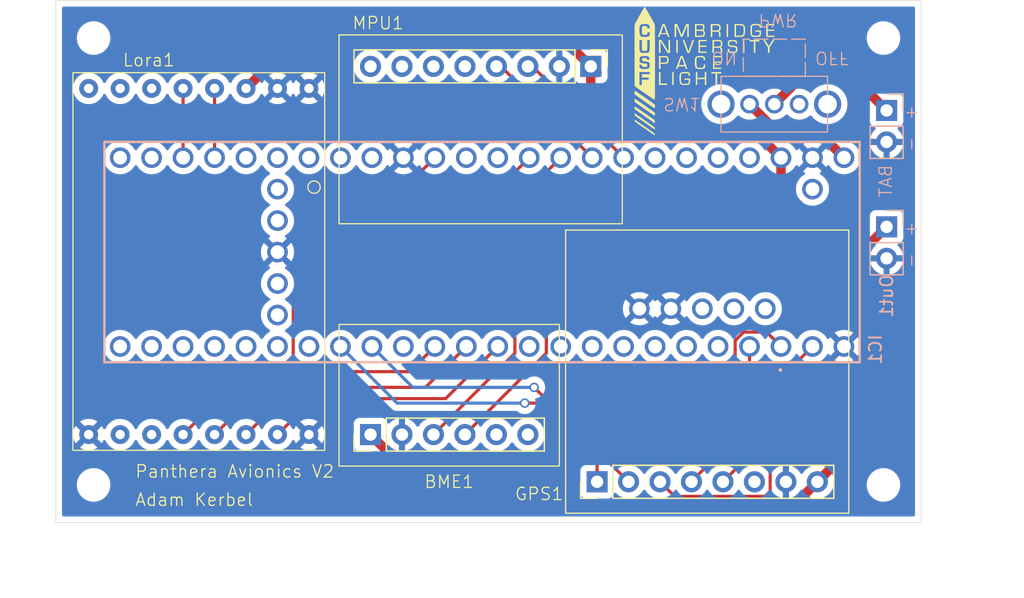
<source format=kicad_pcb>
(kicad_pcb (version 20240108) (generator "pcbnew") (generator_version "8.0")
  (layers (0 "F.Cu" signal) (31 "B.Cu" signal) (34 "B.Paste" user) (35 "F.Paste" user) (36 "B.SilkS" user "B.Silkscreen") (37 "F.SilkS" user "F.Silkscreen") (38 "B.Mask" user) (39 "F.Mask" user) (44 "Edge.Cuts" user))
  (net 0 "")
  (net 2 "Net-(BME1-SCL)")
  (net 3 "+3.3V")
  (net 4 "Net-(BME1-SDA)")
  (net 6 "GND")
  (net 7 "Net-(IC1-A4)")
  (net 8 "Net-(IC1-A5)")
  (net 19 "Net-(GPS1-TXD)")
  (net 20 "/MOSI")
  (net 26 "/SCK")
  (net 27 "/MISO")
  (net 29 "Net-(GPS1-SDA)")
  (net 30 "Net-(GPS1-RXD)")
  (net 40 "VDD")
  (net 46 "/NSS")
  (net 54 "Net-(GPS1-SCL)")
  (net 62 "/RESET")
  (net 64 "Net-(IC1-TX8)")
  (net 67 "/TP")
  (net 68 "Net-(Bat_IN1-Pin_1)")
  (footprint "Panthera:MPU6050" (layer "F.Cu") (at 144.78 78.994 -90)
    (property "Reference" "MPU1")
    (property "Value" "GY-521")
  )
  (footprint "Panthera:Ai Thinker Ra-02 breakout board" (layer "F.Cu") (at 109.3325 94.742 -90)
    (property "Reference" "Lora1")
    (property "Value" "~")
  )
  (footprint "Panthera:MAX-M8Q-0-10 breakout board" (layer "F.Cu") (at 163.068 112.522 90)
    (property "Reference" "GPS1")
    (property "Value" "~")
  )
  (footprint "Panthera:BMP280 breakout board" (layer "F.Cu") (at 142.24 108.712 90)
    (property "Reference" "BME1")
    (property "Value" "~")
  )
  (footprint "MountingHole:MountingHole_2.2mm_M2" (layer "F.Cu") (at 113.538 76.708)
    (property "Reference" "H3" (hide yes))
    (property "Value" "MountingHole")
  )
  (footprint "MountingHole:MountingHole_2.2mm_M2" (layer "F.Cu") (at 177.292 112.776)
    (property "Reference" "H4" (hide yes))
    (property "Value" "MountingHole")
  )
  (footprint "MountingHole:MountingHole_2.2mm_M2" (layer "F.Cu") (at 177.292 76.708)
    (property "Reference" "H2" (hide yes))
    (property "Value" "MountingHole")
  )
  (footprint "MountingHole:MountingHole_2.2mm_M2" (layer "F.Cu") (at 113.538 112.776)
    (property "Reference" "H1" (hide yes))
    (property "Value" "MountingHole")
  )
  (footprint "TEENSY_4.1:TEENSY41" (layer "B.Cu") (at 169.0225 101.602 180)
    (property "Reference" "IC1")
    (property "Value" "TEENSY_4.1")
  )
  (footprint "Connector_PinHeader_2.54mm:PinHeader_1x02_P2.54mm_Vertical" (layer "B.Cu") (at 177.546 91.948 180)
    (property "Reference" "Out1")
    (property "Value" "3.3V Conn")
  )
  (footprint "Panthera:SK-12D07" (layer "B.Cu") (at 168.4825 82.042)
    (property "Reference" "SW1")
    (property "Value" "SW_SPDT")
  )
  (footprint "Connector_PinHeader_2.54mm:PinHeader_1x02_P2.54mm_Vertical" (layer "B.Cu") (at 177.546 82.55 180)
    (property "Reference" "Bat_IN1" (hide yes))
    (property "Value" "Battery")
  )
  (gr_poly (pts (xy 163.969668 76.864312) (xy 164.026385 76.865726) (xy 164.067956 76.868178) (xy 164.084326 76.869915) (xy 164.098427 76.872056) (xy 164.110764 76.874651) (xy 164.121844 76.877748) (xy 164.132172 76.881396) (xy 164.142254 76.885642) (xy 164.163702 76.896124) (xy 164.180954 76.905611) (xy 164.188952 76.910433) (xy 164.196545 76.915338) (xy 164.203741 76.920347) (xy 164.210551 76.925483) (xy 164.216983 76.930769) (xy 164.223047 76.936225) (xy 164.228753 76.941876) (xy 164.234109 76.947743) (xy 164.239126 76.953848) (xy 164.243813 76.960214) (xy 164.248179 76.966862) (xy 164.252234 76.973816) (xy 164.255987 76.981098) (xy 164.259448 76.988729) (xy 164.262626 76.996732) (xy 164.26553 77.00513) (xy 164.26817 77.013944) (xy 164.270556 77.023197) (xy 164.272696 77.032911) (xy 164.274601 77.043109) (xy 164.27628 77.053813) (xy 164.277742 77.065044) (xy 164.278996 77.076826) (xy 164.280053 77.089181) (xy 164.28161 77.115698) (xy 164.282488 77.144772) (xy 164.282765 77.176583) (xy 164.282566 77.204735) (xy 164.281922 77.230277) (xy 164.280759 77.253389) (xy 164.279003 77.274251) (xy 164.27658 77.293044) (xy 164.273416 77.309947) (xy 164.269439 77.325141) (xy 164.264574 77.338805) (xy 164.258749 77.351122) (xy 164.251888 77.362269) (xy 164.243919 77.372428) (xy 164.234767 77.38178) (xy 164.22436 77.390503) (xy 164.212624 77.398779) (xy 164.199485 77.406787) (xy 164.184869 77.414708) (xy 164.142536 77.435875) (xy 164.178254 77.454395) (xy 164.185383 77.457877) (xy 164.192143 77.461394) (xy 164.198543 77.464976) (xy 164.204593 77.46865) (xy 164.210305 77.472446) (xy 164.215688 77.476391) (xy 164.220752 77.480514) (xy 164.225507 77.484843) (xy 164.229964 77.489407) (xy 164.234132 77.494233) (xy 164.238023 77.499351) (xy 164.241645 77.504788) (xy 164.24501 77.510573) (xy 164.248128 77.516734) (xy 164.251007 77.523299) (xy 164.25366 77.530298) (xy 164.256096 77.537757) (xy 164.258325 77.545707) (xy 164.260357 77.554174) (xy 164.262202 77.563187) (xy 164.263872 77.572775) (xy 164.265375 77.582966) (xy 164.266722 77.593788) (xy 164.267923 77.60527) (xy 164.269929 77.630325) (xy 164.271473 77.65836) (xy 164.272638 77.689599) (xy 164.273504 77.72427) (xy 164.278796 77.901541) (xy 164.157087 77.901541) (xy 164.157087 77.779833) (xy 164.15594 77.725828) (xy 164.154843 77.701724) (xy 164.153366 77.679436) (xy 164.151487 77.658876) (xy 164.149181 77.639958) (xy 164.146425 77.622593) (xy 164.143197 77.606696) (xy 164.139472 77.592179) (xy 164.135228 77.578954) (xy 164.130442 77.566934) (xy 164.12509 77.556032) (xy 164.119148 77.546162) (xy 164.112594 77.537235) (xy 164.105405 77.529165) (xy 164.097556 77.521864) (xy 164.091549 77.516726) (xy 164.088628 77.514389) (xy 164.085709 77.512201) (xy 164.082751 77.510155) (xy 164.079711 77.508249) (xy 164.07655 77.506476) (xy 164.073227 77.504832) (xy 164.0697 77.503311) (xy 164.065929 77.501911) (xy 164.061872 77.500624) (xy 164.057489 77.499447) (xy 164.052738 77.498374) (xy 164.04758 77.497402) (xy 164.041973 77.496524) (xy 164.035875 77.495737) (xy 164.029246 77.495034) (xy 164.022046 77.494412) (xy 164.014233 77.493866) (xy 164.005766 77.49339) (xy 163.996604 77.492981) (xy 163.986707 77.492632) (xy 163.964541 77.492099) (xy 163.938941 77.491751) (xy 163.909581 77.491551) (xy 163.838265 77.491437) (xy 163.614691 77.491437) (xy 163.614691 77.901541) (xy 163.4824 77.901541) (xy 163.485012 77.389572) (xy 163.614691 77.389572) (xy 163.836942 77.382958) (xy 163.895514 77.380896) (xy 163.944863 77.378617) (xy 163.985932 77.376028) (xy 164.019669 77.373036) (xy 164.047019 77.369548) (xy 164.068927 77.36547) (xy 164.08634 77.360711) (xy 164.093656 77.358046) (xy 164.100202 77.355177) (xy 164.105187 77.352354) (xy 164.109971 77.349339) (xy 164.114557 77.346127) (xy 164.118945 77.34271) (xy 164.123138 77.339082) (xy 164.127136 77.335239) (xy 164.130942 77.331173) (xy 164.134556 77.326878) (xy 164.137981 77.32235) (xy 164.141217 77.31758) (xy 164.144266 77.312564) (xy 164.147129 77.307296) (xy 164.149809 77.301768) (xy 164.152305 77.295976) (xy 164.154621 77.289913) (xy 164.156757 77.283574) (xy 164.158714 77.276951) (xy 164.160495 77.270039) (xy 164.1621 77.262833) (xy 164.163531 77.255325) (xy 164.16479 77.24751) (xy 164.165878 77.239382) (xy 164.166796 77.230934) (xy 164.167547 77.222161) (xy 164.16813 77.213057) (xy 164.168548 77.203616) (xy 164.168895 77.183696) (xy 164.168599 77.162354) (xy 164.167671 77.139541) (xy 164.165834 77.111419) (xy 164.164578 77.098554) (xy 164.163027 77.086457) (xy 164.161131 77.075102) (xy 164.158837 77.064467) (xy 164.156094 77.054529) (xy 164.15285 77.045263) (xy 164.149054 77.036646) (xy 164.144654 77.028655) (xy 164.139598 77.021266) (xy 164.133835 77.014456) (xy 164.127314 77.008201) (xy 164.119983 77.002477) (xy 164.111789 76.997262) (xy 164.102682 76.992532) (xy 164.09261 76.988263) (xy 164.081522 76.984431) (xy 164.069365 76.981014) (xy 164.056088 76.977988) (xy 164.04164 76.975328) (xy 164.025969 76.973013) (xy 164.009023 76.971018) (xy 163.990751 76.969319) (xy 163.950022 76.966718) (xy 163.903369 76.965022) (xy 163.850379 76.964043) (xy 163.79064 76.963593) (xy 163.614691 76.96227) (xy 163.614691 77.389572) (xy 163.485012 77.389572) (xy 163.485046 77.382958) (xy 163.489015 76.863052) (xy 163.794608 76.863052)) (stroke (width -0.000001)) (fill solid) (layer "F.SilkS"))
  (gr_poly (pts (xy 157.246265 82.808612) (xy 157.300687 82.842911) (xy 157.483614 82.965315) (xy 158.02355 83.339555) (xy 158.562742 83.722974) (xy 158.744738 83.856849) (xy 158.821765 83.919489) (xy 158.827655 83.92875) (xy 158.832916 83.938139) (xy 158.837543 83.947598) (xy 158.841526 83.957068) (xy 158.844858 83.966492) (xy 158.847531 83.975811) (xy 158.849537 83.984967) (xy 158.850869 83.993903) (xy 158.851519 84.002559) (xy 158.851479 84.010879) (xy 158.850741 84.018803) (xy 158.849298 84.026273) (xy 158.847142 84.033232) (xy 158.845794 84.036501) (xy 158.844265 84.039621) (xy 158.842553 84.042584) (xy 158.840659 84.045382) (xy 158.83858 84.048009) (xy 158.836317 84.050457) (xy 158.832563 84.054161) (xy 158.830828 84.055811) (xy 158.82917 84.057325) (xy 158.827576 84.058702) (xy 158.826033 84.059939) (xy 158.824527 84.061037) (xy 158.823046 84.061992) (xy 158.821577 84.062803) (xy 158.820106 84.06347) (xy 158.818621 84.063991) (xy 158.817109 84.064364) (xy 158.815555 84.064587) (xy 158.813948 84.06466) (xy 158.812274 84.064581) (xy 158.81052 84.064348) (xy 158.808673 84.06396) (xy 158.80672 84.063416) (xy 158.804647 84.062714) (xy 158.802443 84.061852) (xy 158.800093 84.06083) (xy 158.797585 84.059645) (xy 158.794905 84.058297) (xy 158.79204 84.056783) (xy 158.785705 84.053254) (xy 158.778475 84.049047) (xy 158.76091 84.038552) (xy 158.483801 83.850635) (xy 157.97576 83.497644) (xy 157.480617 83.149861) (xy 157.242202 82.977572) (xy 157.23539 82.971121) (xy 157.229312 82.965092) (xy 157.223927 82.959382) (xy 157.219196 82.953884) (xy 157.217062 82.951182) (xy 157.215077 82.948495) (xy 157.213234 82.945808) (xy 157.21153 82.943109) (xy 157.209958 82.940385) (xy 157.208513 82.937623) (xy 157.207192 82.93481) (xy 157.205987 82.931932) (xy 157.204896 82.928976) (xy 157.203911 82.92593) (xy 157.203029 82.92278) (xy 157.202243 82.919514) (xy 157.20155 82.916117) (xy 157.200944 82.912578) (xy 157.199972 82.905018) (xy 157.199287 82.89673) (xy 157.198848 82.887609) (xy 157.198615 82.877549) (xy 157.198546 82.866447) (xy 157.198755 82.846722) (xy 157.199043 82.838362) (xy 157.199476 82.830935) (xy 157.200072 82.824392) (xy 157.200848 82.818683) (xy 157.201822 82.813756) (xy 157.203011 82.809562) (xy 157.204432 82.80605) (xy 157.206104 82.80317) (xy 157.207039 82.801951) (xy 157.208043 82.800871) (xy 157.209118 82.799923) (xy 157.210266 82.799103) (xy 157.212792 82.797815) (xy 157.215638 82.796958) (xy 157.218821 82.796481) (xy 157.222359 82.796333)) (stroke (width -0.000001)) (fill solid) (layer "F.SilkS"))
  (gr_poly (pts (xy 167.059649 75.562314) (xy 167.114282 75.564575) (xy 167.165069 75.568743) (xy 167.211268 75.574709) (xy 167.232414 75.578333) (xy 167.252134 75.582365) (xy 167.270334 75.586793) (xy 167.286922 75.591602) (xy 167.301805 75.59678) (xy 167.31489 75.602312) (xy 167.319822 75.604868) (xy 167.324695 75.607812) (xy 167.3295 75.611132) (xy 167.334232 75.614813) (xy 167.338885 75.61884) (xy 167.343452 75.6232) (xy 167.347927 75.627879) (xy 167.352303 75.632863) (xy 167.356575 75.638138) (xy 167.360736 75.643689) (xy 167.36478 75.649502) (xy 167.3687 75.655565) (xy 167.376145 75.668378) (xy 167.38302 75.682018) (xy 167.389275 75.69637) (xy 167.394859 75.711323) (xy 167.399722 75.726765) (xy 167.403814 75.742582) (xy 167.407085 75.758664) (xy 167.409483 75.774896) (xy 167.410959 75.791167) (xy 167.411336 75.799282) (xy 167.411463 75.807364) (xy 167.411463 75.877479) (xy 167.351931 75.877479) (xy 167.332281 75.877388) (xy 167.324331 75.877174) (xy 167.317515 75.876755) (xy 167.311745 75.876066) (xy 167.309225 75.875598) (xy 167.306934 75.875037) (xy 167.304861 75.874374) (xy 167.302995 75.873601) (xy 167.301325 75.87271) (xy 167.299841 75.871691) (xy 167.298531 75.870537) (xy 167.297385 75.869238) (xy 167.296391 75.867787) (xy 167.295539 75.866174) (xy 167.294818 75.864393) (xy 167.294217 75.862433) (xy 167.293724 75.860286) (xy 167.29333 75.857945) (xy 167.292792 75.852643) (xy 167.292516 75.84646) (xy 167.2924 75.831177) (xy 167.292308 75.826053) (xy 167.292038 75.820635) (xy 167.291597 75.814968) (xy 167.290994 75.8091) (xy 167.28933 75.796946) (xy 167.287108 75.784544) (xy 167.28439 75.772266) (xy 167.282864 75.766289) (xy 167.281237 75.760483) (xy 167.279518 75.754894) (xy 167.277713 75.749569) (xy 167.275831 75.744554) (xy 167.273879 75.739895) (xy 167.270731 75.732614) (xy 167.26767 75.726103) (xy 167.264597 75.720298) (xy 167.263026 75.717639) (xy 167.261415 75.715132) (xy 167.259751 75.712768) (xy 167.258022 75.71054) (xy 167.256217 75.708438) (xy 167.254322 75.706456) (xy 167.252325 75.704583) (xy 167.250215 75.702813) (xy 167.247978 75.701137) (xy 167.245602 75.699546) (xy 167.243075 75.698034) (xy 167.240384 75.69659) (xy 167.237517 75.695207) (xy 167.234463 75.693878) (xy 167.231207 75.692592) (xy 167.227739 75.691343) (xy 167.220115 75.688922) (xy 167.21149 75.686547) (xy 167.201767 75.684152) (xy 167.190846 75.681672) (xy 167.178629 75.679041) (xy 167.157916 75.675426) (xy 167.133854 75.672504) (xy 167.106996 75.670257) (xy 167.077901 75.668665) (xy 167.01522 75.667367) (xy 166.95026 75.668458) (xy 166.887471 75.671781) (xy 166.831301 75.677181) (xy 166.807089 75.680612) (xy 166.786201 75.684503) (xy 166.769192 75.688837) (xy 166.756619 75.693593) (xy 166.749989 75.696936) (xy 166.743737 75.700305) (xy 166.73785 75.703758) (xy 166.732318 75.707352) (xy 166.72713 75.711145) (xy 166.722275 75.715194) (xy 166.717742 75.719556) (xy 166.71352 75.724289) (xy 166.709599 75.729451) (xy 166.705967 75.735098) (xy 166.702614 75.741288) (xy 166.699529 75.748078) (xy 166.6967 75.755527) (xy 166.694117 75.763691) (xy 166.691769 75.772627) (xy 166.689646 75.782394) (xy 166.687735 75.793048) (xy 166.686027 75.804648) (xy 166.68451 75.817249) (xy 166.683173 75.83091) (xy 166.682006 75.845689) (xy 166.680998 75.861642) (xy 166.680137 75.878827) (xy 166.679414 75.897302) (xy 166.678333 75.938349) (xy 166.67767 75.985242) (xy 166.677335 76.038441) (xy 166.677243 76.098406) (xy 166.677863 76.269351) (xy 166.679057 76.325136) (xy 166.681212 76.365635) (xy 166.682737 76.381208) (xy 166.684607 76.394227) (xy 166.686857 76.405115) (xy 166.689522 76.414293) (xy 166.692636 76.422185) (xy 166.696235 76.429212) (xy 166.705025 76.442364) (xy 166.707994 76.446142) (xy 166.711417 76.450012) (xy 166.715251 76.453945) (xy 166.719453 76.457908) (xy 166.723981 76.461872) (xy 166.728791 76.465804) (xy 166.733842 76.469675) (xy 166.73909 76.473453) (xy 166.744493 76.477106) (xy 166.750009 76.480605) (xy 166.755595 76.483917) (xy 166.761207 76.487013) (xy 166.766805 76.48986) (xy 166.772344 76.492428) (xy 166.777782 76.494687) (xy 166.783077 76.496604) (xy 166.797627 76.500339) (xy 166.817007 76.503606) (xy 166.840527 76.5064) (xy 166.867495 76.508717) (xy 166.929021 76.511905) (xy 166.996066 76.51314) (xy 167.063111 76.512391) (xy 167.124638 76.509626) (xy 167.151606 76.507478) (xy 167.175125 76.504815) (xy 167.194505 76.501633) (xy 167.209056 76.497927) (xy 167.214649 76.495964) (xy 167.220021 76.493793) (xy 167.225173 76.491405) (xy 167.230109 76.488793) (xy 167.234832 76.485949) (xy 167.239345 76.482867) (xy 167.24365 76.479537) (xy 167.247751 76.475954) (xy 167.251651 76.472109) (xy 167.255352 76.467995) (xy 167.258857 76.463604) (xy 167.262169 76.458929) (xy 167.265291 76.453962) (xy 167.268227 76.448697) (xy 167.270978 76.443124) (xy 167.273548 76.437238) (xy 167.27594 76.43103) (xy 167.278156 76.424492) (xy 167.2802 76.417618) (xy 167.282075 76.4104) (xy 167.283782 76.40283) (xy 167.285326 76.3949) (xy 167.28671 76.386604) (xy 167.287935 76.377934) (xy 167.289005 76.368882) (xy 167.289923 76.359441) (xy 167.290692 76.349602) (xy 167.291315 76.33936) (xy 167.292132 76.317632) (xy 167.2924 76.294197) (xy 167.2924 76.194979) (xy 166.961671 76.194979) (xy 166.961671 76.089145) (xy 167.411463 76.089145) (xy 167.411463 76.225406) (xy 167.41099 76.270087) (xy 167.409545 76.311432) (xy 167.407085 76.349544) (xy 167.403566 76.384528) (xy 167.398947 76.416489) (xy 167.393184 76.445532) (xy 167.386236 76.471761) (xy 167.378059 76.495281) (xy 167.36861 76.516196) (xy 167.357848 76.534612) (xy 167.345729 76.550632) (xy 167.332211 76.564362) (xy 167.317252 76.575906) (xy 167.300808 76.585368) (xy 167.282837 76.592854) (xy 167.263296 76.598468) (xy 167.247269 76.601597) (xy 167.228657 76.604525) (xy 167.184872 76.609713) (xy 167.134327 76.613909) (xy 167.07941 76.616989) (xy 167.022509 76.618829) (xy 166.966011 76.619304) (xy 166.912304 76.618291) (xy 166.863775 76.615666) (xy 166.814851 76.610871) (xy 166.792341 76.607762) (xy 166.771091 76.604096) (xy 166.751066 76.599812) (xy 166.732233 76.594848) (xy 166.714562 76.589143) (xy 166.698017 76.582635) (xy 166.682568 76.575262) (xy 166.668181 76.566964) (xy 166.654823 76.557679) (xy 166.642463 76.547345) (xy 166.631066 76.5359) (xy 166.620601 76.523284) (xy 166.611034 76.509434) (xy 166.602333 76.494289) (xy 166.594466 76.477787) (xy 166.587399 76.459868) (xy 166.5811 76.440469) (xy 166.575537 76.419528) (xy 166.570675 76.396986) (xy 166.566484 76.372779) (xy 166.562929 76.346846) (xy 166.559979 76.319126) (xy 166.557601 76.289558) (xy 166.555762 76.258079) (xy 166.553569 76.189144) (xy 166.55314 76.111831) (xy 166.554212 76.025645) (xy 166.555739 75.95228) (xy 166.557499 75.893395) (xy 166.559724 75.846726) (xy 166.562646 75.81001) (xy 166.566498 75.780983) (xy 166.568846 75.768646) (xy 166.571514 75.757383) (xy 166.57453 75.74691) (xy 166.577924 75.736945) (xy 166.585962 75.717406) (xy 166.59076 75.707335) (xy 166.595743 75.697704) (xy 166.600934 75.688502) (xy 166.606354 75.679721) (xy 166.612026 75.671349) (xy 166.617972 75.663377) (xy 166.624214 75.655795) (xy 166.630776 75.648594) (xy 166.637678 75.641762) (xy 166.644944 75.63529) (xy 166.652596 75.629169) (xy 166.660655 75.623388) (xy 166.669145 75.617938) (xy 166.678087 75.612808) (xy 166.687504 75.607988) (xy 166.697418 75.60347) (xy 166.707851 75.599241) (xy 166.718826 75.595294) (xy 166.730365 75.591617) (xy 166.74249 75.588202) (xy 166.755224 75.585037) (xy 166.768588 75.582113) (xy 166.782606 75.579421) (xy 166.797298 75.576949) (xy 166.812689 75.574689) (xy 166.828799 75.57263) (xy 166.863268 75.569076) (xy 166.900885 75.566209) (xy 166.941827 75.563947) (xy 167.001916 75.562069)) (stroke (width -0.000001)) (fill solid) (layer "F.SilkS"))
  (gr_poly (pts (xy 168.496254 75.679041) (xy 167.953858 75.679041) (xy 167.953858 76.023) (xy 168.215795 76.025645) (xy 168.47641 76.029614) (xy 168.47641 76.122218) (xy 168.215795 76.126187) (xy 167.953858 76.128833) (xy 167.953858 76.512479) (xy 168.496254 76.512479) (xy 168.496254 76.618312) (xy 168.16817 76.618312) (xy 168.039558 76.617609) (xy 167.933022 76.615666) (xy 167.859724 76.612731) (xy 167.839028 76.610969) (xy 167.833278 76.610028) (xy 167.830827 76.609052) (xy 167.829851 76.605639) (xy 167.82891 76.59707) (xy 167.827147 76.56554) (xy 167.825571 76.516615) (xy 167.824212 76.452451) (xy 167.822269 76.287025) (xy 167.821566 76.0865) (xy 167.821566 75.573208) (xy 168.496254 75.573208)) (stroke (width -0.000001)) (fill solid) (layer "F.SilkS"))
  (gr_poly (pts (xy 162.265317 79.912374) (xy 162.566942 79.909729) (xy 162.867244 79.90576) (xy 162.871213 79.678218) (xy 162.873858 79.449353) (xy 162.992921 79.449353) (xy 162.992921 80.494458) (xy 162.873858 80.494458) (xy 162.873858 80.018208) (xy 162.265317 80.018208) (xy 162.265317 80.494458) (xy 162.146254 80.494458) (xy 162.146254 79.449353) (xy 162.265317 79.449353)) (stroke (width -0.000001)) (fill solid) (layer "F.SilkS"))
  (gr_poly (pts (xy 161.244025 76.926551) (xy 161.264985 76.983995) (xy 161.302564 77.090428) (xy 161.406744 77.38825) (xy 161.460529 77.541377) (xy 161.505632 77.666723) (xy 161.53734 77.75139) (xy 161.546699 77.774438) (xy 161.550942 77.782479) (xy 161.552356 77.780466) (xy 161.555063 77.774559) (xy 161.564067 77.751866) (xy 161.577382 77.715994) (xy 161.594433 77.668542) (xy 161.637448 77.545284) (xy 161.688525 77.394864) (xy 161.789894 77.100846) (xy 161.827121 76.994516) (xy 161.848598 76.935812) (xy 161.857889 76.911788) (xy 161.861888 76.902052) (xy 161.86563 76.893685) (xy 161.869249 76.886574) (xy 161.871053 76.883454) (xy 161.872875 76.880606) (xy 161.874733 76.878016) (xy 161.876641 76.875669) (xy 161.878618 76.873552) (xy 161.880679 76.871651) (xy 161.88284 76.869951) (xy 161.885119 76.868438) (xy 161.887531 76.867099) (xy 161.890094 76.86592) (xy 161.892823 76.864885) (xy 161.895736 76.863982) (xy 161.898848 76.863197) (xy 161.902176 76.862514) (xy 161.909546 76.861402) (xy 161.917979 76.860535) (xy 161.938556 76.859083) (xy 161.951103 76.858333) (xy 161.962782 76.858049) (xy 161.973345 76.858199) (xy 161.982543 76.858752) (xy 161.986553 76.85917) (xy 161.990129 76.859677) (xy 161.99324 76.860269) (xy 161.995855 76.860943) (xy 161.997943 76.861694) (xy 161.999472 76.862519) (xy 162.000413 76.863414) (xy 162.000653 76.863886) (xy 162.000733 76.864375) (xy 161.997015 76.877226) (xy 161.986367 76.909395) (xy 161.947321 77.023124) (xy 161.819494 77.38825) (xy 161.636931 77.901541) (xy 161.548296 77.901541) (xy 161.513032 77.901293) (xy 161.484465 77.900549) (xy 161.473546 77.899991) (xy 161.465324 77.899309) (xy 161.460141 77.898502) (xy 161.458796 77.898053) (xy 161.458338 77.897572) (xy 161.444199 77.856396) (xy 161.405752 77.747752) (xy 161.279744 77.393541) (xy 161.153736 77.035031) (xy 161.115289 76.921756) (xy 161.104809 76.888993) (xy 161.10115 76.874958) (xy 161.1012 76.873741) (xy 161.101353 76.87257) (xy 161.101609 76.871444) (xy 161.101969 76.870364) (xy 161.102435 76.869328) (xy 161.103007 76.868336) (xy 161.103688 76.867388) (xy 161.104478 76.866483) (xy 161.105378 76.86562) (xy 161.10639 76.8648) (xy 161.107515 76.864022) (xy 161.108754 76.863284) (xy 161.110108 76.862587) (xy 161.111579 76.861931) (xy 161.113168 76.861314) (xy 161.114875 76.860736) (xy 161.116703 76.860198) (xy 161.118652 76.859697) (xy 161.120723 76.859234) (xy 161.122919 76.858809) (xy 161.125239 76.85842) (xy 161.127686 76.858068) (xy 161.13026 76.857752) (xy 161.132962 76.857471) (xy 161.135794 76.857224) (xy 161.138758 76.857013) (xy 161.141854 76.856835) (xy 161.145083 76.85669) (xy 161.151946 76.8565) (xy 161.159358 76.856437) (xy 161.21889 76.856437)) (stroke (width -0.000001)) (fill solid) (layer "F.SilkS"))
  (gr_poly (pts (xy 160.360317 80.494458) (xy 160.241254 80.494458) (xy 160.241254 79.449353) (xy 160.360317 79.449353)) (stroke (width -0.000001)) (fill solid) (layer "F.SilkS"))
  (gr_poly (pts (xy 164.196775 79.568416) (xy 163.866046 79.568416) (xy 163.866046 80.494458) (xy 163.733754 80.494458) (xy 163.733754 79.568416) (xy 163.403025 79.568416) (xy 163.403025 79.449353) (xy 164.196775 79.449353)) (stroke (width -0.000001)) (fill solid) (layer "F.SilkS"))
  (gr_poly (pts (xy 167.27917 76.975499) (xy 166.948441 76.975499) (xy 166.948441 77.901541) (xy 166.829379 77.901541) (xy 166.829379 76.975499) (xy 166.484097 76.975499) (xy 166.488066 76.919937) (xy 166.492035 76.863052) (xy 166.886264 76.859083) (xy 167.27917 76.856437)) (stroke (width -0.000001)) (fill solid) (layer "F.SilkS"))
  (gr_poly (pts (xy 157.248169 80.977807) (xy 157.252455 80.979035) (xy 157.264098 80.983836) (xy 157.280119 80.991958) (xy 157.300865 81.003636) (xy 157.326681 81.019104) (xy 157.357911 81.038597) (xy 157.3949 81.06235) (xy 157.437994 81.090597) (xy 157.543874 81.16151) (xy 157.67831 81.253212) (xy 157.844062 81.36758) (xy 158.04389 81.506489) (xy 158.371849 81.736387) (xy 158.614728 81.909979) (xy 158.768311 82.024039) (xy 158.810298 82.057737) (xy 158.828379 82.075343) (xy 158.831481 82.0809) (xy 158.83434 82.086689) (xy 158.836963 82.092752) (xy 158.839355 82.099135) (xy 158.841523 82.105882) (xy 158.843471 82.113039) (xy 158.845207 82.120648) (xy 158.846735 82.128756) (xy 158.848061 82.137406) (xy 158.849192 82.146644) (xy 158.850133 82.156513) (xy 158.850889 82.167058) (xy 158.851468 82.178325) (xy 158.851874 82.190357) (xy 158.852113 82.203198) (xy 158.852192 82.216895) (xy 158.851833 82.257598) (xy 158.851328 82.274784) (xy 158.850559 82.290007) (xy 158.849487 82.303377) (xy 158.848076 82.315005) (xy 158.846289 82.325002) (xy 158.844089 82.333477) (xy 158.84144 82.340541) (xy 158.838304 82.346306) (xy 158.834645 82.35088) (xy 158.832607 82.352755) (xy 158.830426 82.354375) (xy 158.82561 82.356901) (xy 158.82016 82.358568) (xy 158.81404 82.359488) (xy 158.807213 82.35977) (xy 158.802962 82.358469) (xy 158.795779 82.355132) (xy 158.785833 82.349861) (xy 158.773292 82.342758) (xy 158.7411 82.32347) (xy 158.700552 82.298089) (xy 158.652997 82.267437) (xy 158.599783 82.232336) (xy 158.54226 82.193607) (xy 158.481775 82.152072) (xy 157.922491 81.763404) (xy 157.545646 81.498386) (xy 157.326311 81.339285) (xy 157.267919 81.29391) (xy 157.239556 81.268364) (xy 157.232324 81.259922) (xy 157.225971 81.252297) (xy 157.220447 81.245255) (xy 157.217981 81.241877) (xy 157.215703 81.238557) (xy 157.213607 81.235263) (xy 157.211687 81.231967) (xy 157.209936 81.228639) (xy 157.208349 81.22525) (xy 157.206919 81.22177) (xy 157.205639 81.218169) (xy 157.204504 81.214417) (xy 157.203507 81.210486) (xy 157.202642 81.206346) (xy 157.201902 81.201967) (xy 157.201281 81.197319) (xy 157.200773 81.192374) (xy 157.200372 81.187101) (xy 157.200071 81.181471) (xy 157.199745 81.169021) (xy 157.199744 81.154789) (xy 157.200019 81.138537) (xy 157.201192 81.099031) (xy 157.205161 80.977322) (xy 157.244848 80.977322)) (stroke (width -0.000001)) (fill solid) (layer "F.SilkS"))
  (gr_poly (pts (xy 160.691046 77.901541) (xy 160.571984 77.901541) (xy 160.571984 76.856437) (xy 160.691046 76.856437)) (stroke (width -0.000001)) (fill solid) (layer "F.SilkS"))
  (gr_poly (pts (xy 163.767364 75.574365) (xy 163.871007 75.577507) (xy 163.913448 75.579667) (xy 163.948356 75.582138) (xy 163.974768 75.584856) (xy 163.991723 75.58776) (xy 164.00455 75.592014) (xy 164.017197 75.597294) (xy 164.029607 75.603544) (xy 164.041725 75.610704) (xy 164.053494 75.618717) (xy 164.064858 75.627525) (xy 164.075761 75.637069) (xy 164.086146 75.647291) (xy 164.095958 75.658134) (xy 164.10514 75.669538) (xy 164.113636 75.681446) (xy 164.121389 75.6938) (xy 164.128345 75.706541) (xy 164.134446 75.719612) (xy 164.139636 75.732955) (xy 164.143859 75.74651) (xy 164.147676 75.762588) (xy 164.150711 75.780813) (xy 164.152986 75.800821) (xy 164.154524 75.822247) (xy 164.15535 75.844727) (xy 164.155485 75.867898) (xy 164.154954 75.891394) (xy 164.15378 75.914851) (xy 164.151985 75.937905) (xy 164.149594 75.960192) (xy 164.146629 75.981347) (xy 164.143114 76.001006) (xy 164.139072 76.018805) (xy 164.134525 76.034379) (xy 164.129499 76.047364) (xy 164.124014 76.057395) (xy 164.12157 76.060971) (xy 164.118725 76.064731) (xy 164.115512 76.068642) (xy 164.111963 76.072671) (xy 164.108113 76.076785) (xy 164.103992 76.080952) (xy 164.099636 76.085138) (xy 164.095076 76.089311) (xy 164.090345 76.093437) (xy 164.085477 76.097483) (xy 164.080504 76.101417) (xy 164.075459 76.105206) (xy 164.070376 76.108817) (xy 164.065287 76.112216) (xy 164.060225 76.115371) (xy 164.055222 76.118249) (xy 164.00892 76.146031) (xy 164.048609 76.163229) (xy 164.055497 76.166113) (xy 164.062031 76.16908) (xy 164.068221 76.172157) (xy 164.074075 76.175373) (xy 164.079603 76.178755) (xy 164.084816 76.182332) (xy 164.089722 76.186132) (xy 164.094332 76.190183) (xy 164.098655 76.194513) (xy 164.102701 76.19915) (xy 164.106479 76.204123) (xy 164.11 76.209458) (xy 164.113273 76.215186) (xy 164.116307 76.221332) (xy 164.119113 76.227927) (xy 164.121699 76.234997) (xy 164.124077 76.242571) (xy 164.126255 76.250677) (xy 164.128243 76.259343) (xy 164.13005 76.268597) (xy 164.131688 76.278467) (xy 164.133164 76.288982) (xy 164.134489 76.300169) (xy 164.135673 76.312057) (xy 164.136725 76.324673) (xy 164.137655 76.338046) (xy 164.139187 76.367175) (xy 164.140347 76.399668) (xy 164.141213 76.43575) (xy 164.146504 76.618312) (xy 164.028765 76.618312) (xy 164.02215 76.452947) (xy 164.018783 76.391698) (xy 164.016717 76.365479) (xy 164.014316 76.341967) (xy 164.011519 76.32099) (xy 164.008267 76.302375) (xy 164.0045 76.28595) (xy 164.000156 76.271542) (xy 163.995178 76.25898) (xy 163.989503 76.248089) (xy 163.983073 76.238699) (xy 163.975827 76.230635) (xy 163.967705 76.223727) (xy 163.958648 76.217802) (xy 163.948594 76.212686) (xy 163.937483 76.208208) (xy 163.932962 76.206751) (xy 163.926427 76.205361) (xy 163.918005 76.20404) (xy 163.907821 76.202792) (xy 163.882673 76.200534) (xy 163.85199 76.198617) (xy 163.81678 76.197072) (xy 163.778051 76.19593) (xy 163.736811 76.195222) (xy 163.694067 76.194979) (xy 163.483723 76.194979) (xy 163.479754 76.403999) (xy 163.475785 76.611697) (xy 163.413608 76.615666) (xy 163.350108 76.619635) (xy 163.350108 76.091791) (xy 163.4824 76.091791) (xy 163.70465 76.0865) (xy 163.749864 76.084776) (xy 163.793513 76.082634) (xy 163.834526 76.080151) (xy 163.871834 76.077404) (xy 163.904366 76.074472) (xy 163.931055 76.071431) (xy 163.950829 76.068359) (xy 163.957788 76.066835) (xy 163.962618 76.065333) (xy 163.967141 76.063334) (xy 163.971531 76.061059) (xy 163.975788 76.058511) (xy 163.979909 76.055695) (xy 163.983895 76.052614) (xy 163.987745 76.04927) (xy 163.991457 76.045668) (xy 163.99503 76.04181) (xy 163.998464 76.0377) (xy 164.001757 76.033342) (xy 164.004909 76.028739) (xy 164.007918 76.023894) (xy 164.010784 76.01881) (xy 164.013506 76.013492) (xy 164.016082 76.007942) (xy 164.018512 76.002164) (xy 164.020795 75.996161) (xy 164.022929 75.989936) (xy 164.024914 75.983494) (xy 164.026749 75.976837) (xy 164.028433 75.969969) (xy 164.029965 75.962893) (xy 164.031343 75.955612) (xy 164.032568 75.948131) (xy 164.033638 75.940452) (xy 164.034551 75.932578) (xy 164.035906 75.916262) (xy 164.036626 75.899209) (xy 164.036702 75.881447) (xy 164.036425 75.863249) (xy 164.035599 75.845871) (xy 164.034234 75.829326) (xy 164.032341 75.813627) (xy 164.029928 75.798789) (xy 164.027005 75.784825) (xy 164.023582 75.771749) (xy 164.019669 75.759574) (xy 164.015276 75.748313) (xy 164.010412 75.737981) (xy 164.005086 75.72859) (xy 163.999309 75.720155) (xy 163.99309 75.712689) (xy 163.986439 75.706205) (xy 163.979365 75.700717) (xy 163.971879 75.696239) (xy 163.966961 75.694084) (xy 163.960627 75.692082) (xy 163.952854 75.690231) (xy 163.943622 75.688529) (xy 163.93291 75.686974) (xy 163.920696 75.685565) (xy 163.906959 75.6843) (xy 163.891677 75.683175) (xy 163.87483 75.682191) (xy 163.856395 75.681343) (xy 163.814679 75.680054) (xy 163.766359 75.679292) (xy 163.711264 75.679041) (xy 163.4824 75.679041) (xy 163.4824 76.091791) (xy 163.350108 76.091791) (xy 163.350108 75.573208) (xy 163.645119 75.573208)) (stroke (width -0.000001)) (fill solid) (layer "F.SilkS"))
  (gr_poly (pts (xy 157.247133 81.620175) (xy 157.25065 81.620782) (xy 157.258077 81.622905) (xy 157.511933 81.79412) (xy 158.036779 82.159183) (xy 158.560881 82.527966) (xy 158.812504 82.710343) (xy 158.816387 82.714874) (xy 158.820096 82.720007) (xy 158.823627 82.7257) (xy 158.826976 82.73191) (xy 158.833116 82.745716) (xy 158.838487 82.761089) (xy 158.84306 82.777695) (xy 158.846805 82.795198) (xy 158.849693 82.813263) (xy 158.851696 82.831555) (xy 158.852784 82.849738) (xy 158.852928 82.867478) (xy 158.8521 82.884439) (xy 158.850269 82.900285) (xy 158.847408 82.914682) (xy 158.845582 82.921232) (xy 158.843487 82.927294) (xy 158.84112 82.932826) (xy 158.838477 82.937786) (xy 158.835554 82.942132) (xy 158.832348 82.945822) (xy 158.827148 82.951151) (xy 158.824715 82.953529) (xy 158.822372 82.955711) (xy 158.820101 82.957694) (xy 158.817887 82.959476) (xy 158.815711 82.961052) (xy 158.813558 82.962421) (xy 158.811411 82.963578) (xy 158.809253 82.964521) (xy 158.807068 82.965247) (xy 158.804838 82.965751) (xy 158.802547 82.966032) (xy 158.800178 82.966086) (xy 158.797715 82.96591) (xy 158.795141 82.965501) (xy 158.792439 82.964855) (xy 158.789592 82.963969) (xy 158.786584 82.962841) (xy 158.783397 82.961467) (xy 158.780017 82.959844) (xy 158.776424 82.957969) (xy 158.772603 82.955839) (xy 158.768538 82.95345) (xy 158.764211 82.950799) (xy 158.759605 82.947884) (xy 158.749493 82.941246) (xy 158.738066 82.933512) (xy 158.725192 82.924655) (xy 157.959223 82.39367) (xy 157.264692 81.907333) (xy 157.255665 81.899632) (xy 157.247416 81.891861) (xy 157.23992 81.88395) (xy 157.236445 81.879921) (xy 157.233149 81.875831) (xy 157.230026 81.871671) (xy 157.227075 81.867432) (xy 157.224291 81.863106) (xy 157.221671 81.858684) (xy 157.219212 81.854158) (xy 157.216911 81.849518) (xy 157.214764 81.844756) (xy 157.212767 81.839864) (xy 157.210918 81.834832) (xy 157.209213 81.829651) (xy 157.207648 81.824314) (xy 157.20622 81.818811) (xy 157.204926 81.813133) (xy 157.203762 81.807273) (xy 157.201812 81.794967) (xy 157.200342 81.781825) (xy 157.199326 81.767775) (xy 157.198737 81.752749) (xy 157.198546 81.736676) (xy 157.198764 81.720196) (xy 157.199422 81.704983) (xy 157.200526 81.691034) (xy 157.202081 81.678344) (xy 157.204093 81.66691) (xy 157.206569 81.656728) (xy 157.209513 81.647794) (xy 157.212933 81.640104) (xy 157.214822 81.636724) (xy 157.216833 81.633654) (xy 157.218965 81.630893) (xy 157.221219 81.62844) (xy 157.223596 81.626296) (xy 157.226098 81.624459) (xy 157.228723 81.62293) (xy 157.231474 81.621707) (xy 157.234351 81.62079) (xy 157.237355 81.620179) (xy 157.240486 81.619873) (xy 157.243745 81.619872)) (stroke (width -0.000001)) (fill solid) (layer "F.SilkS"))
  (gr_poly (pts (xy 158.848223 80.14653) (xy 158.847252 80.494271) (xy 158.846404 80.327935) (xy 158.845577 78.648989) (xy 158.848223 77.14351)) (stroke (width -0.000001)) (fill solid) (layer "F.SilkS"))
  (gr_poly (pts (xy 158.021734 74.200505) (xy 158.024566 74.200982) (xy 158.027412 74.201778) (xy 158.030276 74.202891) (xy 158.033161 74.204322) (xy 158.036074 74.206071) (xy 158.039018 74.208139) (xy 158.041998 74.210524) (xy 158.045019 74.213226) (xy 158.048086 74.216247) (xy 158.051202 74.219585) (xy 158.054372 74.223241) (xy 158.057602 74.227215) (xy 158.060895 74.231506) (xy 158.064257 74.236115) (xy 158.067692 74.241041) (xy 158.12719 74.338712) (xy 158.224935 74.506968) (xy 158.479289 74.955582) (xy 158.71901 75.387576) (xy 158.798461 75.535058) (xy 158.832348 75.603645) (xy 158.842704 75.736183) (xy 158.848719 76.167861) (xy 158.852192 78.656921) (xy 158.85149 80.262138) (xy 158.85038 80.788864) (xy 158.848556 81.165011) (xy 158.845865 81.415584) (xy 158.844145 81.501595) (xy 158.84215 81.56559) (xy 158.839861 81.610694) (xy 158.837257 81.640033) (xy 158.83432 81.656734) (xy 158.83272 81.661321) (xy 158.83103 81.663921) (xy 158.828972 81.666121) (xy 158.826782 81.668249) (xy 158.824483 81.670295) (xy 158.822098 81.67225) (xy 158.819651 81.674105) (xy 158.817166 81.675849) (xy 158.814664 81.677473) (xy 158.812171 81.678967) (xy 158.809708 81.680321) (xy 158.8073 81.681526) (xy 158.80497 81.682573) (xy 158.80274 81.68345) (xy 158.800634 81.68415) (xy 158.798676 81.684662) (xy 158.796889 81.684976) (xy 158.795296 81.685083) (xy 158.776538 81.674401) (xy 158.729317 81.643784) (xy 158.562137 81.531296) (xy 158.319055 81.364734) (xy 158.025369 81.161212) (xy 157.729738 80.955892) (xy 157.482973 80.782693) (xy 157.310622 80.659848) (xy 157.260336 80.623005) (xy 157.238234 80.605588) (xy 157.205161 80.573833) (xy 157.205032 80.494458) (xy 157.595421 80.494458) (xy 157.793858 80.494458) (xy 157.793858 80.071124) (xy 158.069035 80.068489) (xy 158.342869 80.06451) (xy 158.346848 79.982499) (xy 158.350801 79.899145) (xy 157.793858 79.899145) (xy 157.793858 79.621333) (xy 158.428858 79.621333) (xy 158.428858 79.449353) (xy 157.595421 79.449353) (xy 157.595421 80.494458) (xy 157.205032 80.494458) (xy 157.202401 78.86727) (xy 157.591442 78.86727) (xy 157.5994 78.961192) (xy 157.60241 78.990216) (xy 157.606552 79.016838) (xy 157.611934 79.041165) (xy 157.615124 79.052502) (xy 157.618665 79.063306) (xy 157.62257 79.07359) (xy 157.626853 79.083369) (xy 157.631528 79.092656) (xy 157.636607 79.101464) (xy 157.642105 79.109807) (xy 157.648035 79.117699) (xy 157.654411 79.125153) (xy 157.661246 79.132182) (xy 157.668554 79.1388) (xy 157.676349 79.145021) (xy 157.684643 79.150859) (xy 157.693451 79.156326) (xy 157.702786 79.161437) (xy 157.712662 79.166204) (xy 157.723092 79.170643) (xy 157.73409 79.174765) (xy 157.757843 79.182116) (xy 157.78403 79.188367) (xy 157.812759 79.193625) (xy 157.84414 79.198) (xy 157.888147 79.202777) (xy 157.927068 79.206205) (xy 157.962641 79.2083) (xy 157.996601 79.209076) (xy 158.030684 79.208551) (xy 158.066629 79.206739) (xy 158.106171 79.203656) (xy 158.151046 79.199317) (xy 158.188684 79.1947) (xy 158.222828 79.189173) (xy 158.253642 79.182568) (xy 158.267853 79.178809) (xy 158.281293 79.174718) (xy 158.293983 79.170275) (xy 158.305944 79.165458) (xy 158.317196 79.160247) (xy 158.327759 79.154621) (xy 158.337656 79.148558) (xy 158.346905 79.142039) (xy 158.355528 79.135042) (xy 158.363545 79.127546) (xy 158.370976 79.119532) (xy 158.377843 79.110977) (xy 158.384167 79.101861) (xy 158.389966 79.092163) (xy 158.395263 79.081862) (xy 158.400077 79.070938) (xy 158.40443 79.05937) (xy 158.408341 79.047136) (xy 158.411832 79.034217) (xy 158.414923 79.02059) (xy 158.419988 78.991134) (xy 158.423699 78.9586) (xy 158.426223 78.922823) (xy 158.427843 78.878865) (xy 158.427589 78.839112) (xy 158.425231 78.803337) (xy 158.42319 78.786869) (xy 158.420537 78.771309) (xy 158.417242 78.756629) (xy 158.413277 78.7428) (xy 158.408613 78.729794) (xy 158.403221 78.717582) (xy 158.397072 78.706136) (xy 158.390138 78.695426) (xy 158.382389 78.685425) (xy 158.373797 78.676104) (xy 158.364333 78.667433) (xy 158.353968 78.659385) (xy 158.342674 78.651931) (xy 158.330421 78.645043) (xy 158.31718 78.638691) (xy 158.302924 78.632847) (xy 158.287622 78.627483) (xy 158.271247 78.62257) (xy 158.23516 78.613983) (xy 158.194431 78.606857) (xy 158.148831 78.600963) (xy 158.098129 78.596072) (xy 158.076489 78.594295) (xy 158.052756 78.592022) (xy 158.002047 78.586484) (xy 157.952083 78.58045) (xy 157.908942 78.574911) (xy 157.891373 78.571955) (xy 157.875797 78.568936) (xy 157.862096 78.565701) (xy 157.850156 78.562093) (xy 157.844809 78.560101) (xy 157.839858 78.557957) (xy 157.835289 78.555644) (xy 157.831088 78.55314) (xy 157.827239 78.550427) (xy 157.823728 78.547485) (xy 157.820541 78.544295) (xy 157.817663 78.540838) (xy 157.81508 78.537094) (xy 157.812776 78.533044) (xy 157.810739 78.528668) (xy 157.808952 78.523947) (xy 157.807401 78.518862) (xy 157.806072 78.513394) (xy 157.804951 78.507522) (xy 157.804022 78.501228) (xy 157.802686 78.487295) (xy 157.801946 78.47144) (xy 157.801686 78.453507) (xy 157.801791 78.433343) (xy 157.802415 78.417036) (xy 157.803869 78.402291) (xy 157.806269 78.389026) (xy 157.80786 78.382924) (xy 157.809731 78.377161) (xy 157.811896 78.371727) (xy 157.814371 78.366613) (xy 157.81717 78.361808) (xy 157.820306 78.357301) (xy 157.823796 78.353084) (xy 157.827652 78.349145) (xy 157.83189 78.345474) (xy 157.836525 78.342062) (xy 157.841571 78.338898) (xy 157.847041 78.335971) (xy 157.852952 78.333273) (xy 157.859317 78.330791) (xy 157.873469 78.326441) (xy 157.889612 78.322838) (xy 157.907864 78.319902) (xy 157.928341 78.317552) (xy 157.951157 78.315705) (xy 157.976431 78.314281) (xy 158.000146 78.313333) (xy 158.022656 78.312964) (xy 158.043933 78.313161) (xy 158.06395 78.313912) (xy 158.08268 78.315206) (xy 158.100097 78.317031) (xy 158.116172 78.319376) (xy 158.123698 78.32074) (xy 158.130879 78.322229) (xy 158.137711 78.323842) (xy 158.144191 78.325577) (xy 158.150316 78.327434) (xy 158.156081 78.32941) (xy 158.161484 78.331505) (xy 158.166521 78.333716) (xy 158.171189 78.336043) (xy 158.175485 78.338483) (xy 158.179404 78.341035) (xy 158.182944 78.343699) (xy 158.186102 78.346472) (xy 158.188873 78.349353) (xy 158.191255 78.35234) (xy 158.193244 78.355433) (xy 158.194837 78.358629) (xy 158.19603 78.361927) (xy 158.202149 78.388219) (xy 158.20589 78.404901) (xy 158.20766 78.413311) (xy 158.209259 78.421458) (xy 158.210708 78.427527) (xy 158.212169 78.432867) (xy 158.213776 78.437526) (xy 158.215667 78.441548) (xy 158.217975 78.444981) (xy 158.219329 78.446491) (xy 158.220839 78.447871) (xy 158.22252 78.449128) (xy 158.224391 78.450266) (xy 158.226469 78.451291) (xy 158.22877 78.45221) (xy 158.23411 78.453752) (xy 158.240546 78.454937) (xy 158.248215 78.455812) (xy 158.257252 78.456424) (xy 158.267793 78.456818) (xy 158.279974 78.457043) (xy 158.309796 78.457166) (xy 158.4024 78.457166) (xy 158.4024 78.394999) (xy 158.401725 78.379575) (xy 158.40022 78.364127) (xy 158.397925 78.348756) (xy 158.394878 78.333563) (xy 158.391118 78.318649) (xy 158.386683 78.304115) (xy 158.381614 78.290061) (xy 158.375947 78.276588) (xy 158.369722 78.263798) (xy 158.362978 78.25179) (xy 158.359423 78.246111) (xy 158.355753 78.240666) (xy 158.351973 78.235467) (xy 158.348087 78.230527) (xy 158.3441 78.225858) (xy 158.340017 78.221473) (xy 158.335843 78.217385) (xy 158.331582 78.213606) (xy 158.327241 78.210148) (xy 158.322822 78.207025) (xy 158.318332 78.204249) (xy 158.313775 78.201833) (xy 158.300521 78.195601) (xy 158.285875 78.189801) (xy 158.269936 78.184433) (xy 158.252801 78.179496) (xy 158.234567 78.174986) (xy 158.215332 78.170904) (xy 158.195192 78.167246) (xy 158.174246 78.164013) (xy 158.130323 78.158813) (xy 158.084343 78.15529) (xy 158.037084 78.153434) (xy 157.989325 78.153231) (xy 157.965501 78.153746) (xy 157.941844 78.154671) (xy 157.918452 78.156004) (xy 157.895422 78.157743) (xy 157.87285 78.159888) (xy 157.850836 78.162436) (xy 157.829475 78.165386) (xy 157.808865 78.168737) (xy 157.789105 78.172487) (xy 157.77029 78.176634) (xy 157.752519 78.181178) (xy 157.735889 78.186117) (xy 157.720498 78.191449) (xy 157.706442 78.197173) (xy 157.69382 78.203288) (xy 157.682728 78.209791) (xy 157.672477 78.217118) (xy 157.66304 78.22525) (xy 157.654393 78.234245) (xy 157.646513 78.244165) (xy 157.639378 78.255068) (xy 157.632964 78.267017) (xy 157.627247 78.28007) (xy 157.622205 78.294287) (xy 157.617814 78.309729) (xy 157.61405 78.326456) (xy 157.610892 78.344528) (xy 157.608314 78.364005) (xy 157.606295 78.384948) (xy 157.604811 78.407415) (xy 157.603838 78.431468) (xy 157.603353 78.457166) (xy 157.603532 78.49744) (xy 157.605276 78.533601) (xy 157.608913 78.56591) (xy 157.611542 78.580701) (xy 157.614766 78.594626) (xy 157.618626 78.607718) (xy 157.623162 78.620009) (xy 157.628415 78.631532) (xy 157.634426 78.642319) (xy 157.641235 78.652403) (xy 157.648884 78.661815) (xy 157.657412 78.670589) (xy 157.666861 78.678757) (xy 157.677271 78.686351) (xy 157.688683 78.693405) (xy 157.701137 78.699949) (xy 157.714675 78.706017) (xy 157.729337 78.711642) (xy 157.745163 78.716855) (xy 157.780472 78.726177) (xy 157.820928 78.734244) (xy 157.866856 78.741314) (xy 157.918582 78.747648) (xy 157.976431 78.753505) (xy 158.019834 78.75777) (xy 158.057992 78.761767) (xy 158.091243 78.765695) (xy 158.119925 78.769751) (xy 158.132657 78.771888) (xy 158.144374 78.774132) (xy 158.155117 78.776506) (xy 158.164928 78.779036) (xy 158.17385 78.781746) (xy 158.181924 78.784661) (xy 158.189193 78.787806) (xy 158.1957 78.791205) (xy 158.201485 78.794883) (xy 158.206591 78.798865) (xy 158.211061 78.803175) (xy 158.214937 78.807839) (xy 158.21826 78.81288) (xy 158.221073 78.818324) (xy 158.223418 78.824195) (xy 158.225338 78.830519) (xy 158.226873 78.837319) (xy 158.228067 78.84462) (xy 158.228962 78.852448) (xy 158.2296 78.860826) (xy 158.230272 78.879335) (xy 158.230421 78.900343) (xy 158.230329 78.909002) (xy 158.230061 78.917585) (xy 158.229626 78.926049) (xy 158.229034 78.934347) (xy 158.228295 78.942437) (xy 158.227418 78.950272) (xy 158.226413 78.957809) (xy 158.225289 78.965003) (xy 158.224058 78.97181) (xy 158.222727 78.978184) (xy 158.221307 78.984082) (xy 158.219808 78.989458) (xy 158.21824 78.994269) (xy 158.216611 78.998469) (xy 158.214932 79.002014) (xy 158.213213 79.004859) (xy 158.207712 79.010871) (xy 158.200214 79.016494) (xy 158.190828 79.02171) (xy 158.179665 79.026501) (xy 158.166836 79.03085) (xy 158.152451 79.034741) (xy 158.13662 79.038154) (xy 158.119454 79.041074) (xy 158.101063 79.043481) (xy 158.081558 79.04536) (xy 158.061049 79.046692) (xy 158.039646 79.047461) (xy 158.017461 79.047648) (xy 157.994603 79.047236) (xy 157.971183 79.046208) (xy 157.947312 79.044546) (xy 157.927057 79.042635) (xy 157.908433 79.040361) (xy 157.899718 79.039079) (xy 157.891394 79.037698) (xy 157.883455 79.036214) (xy 157.875896 79.034625) (xy 157.86871 79.032927) (xy 157.861893 79.031118) (xy 157.855439 79.029194) (xy 157.849343 79.027154) (xy 157.843598 79.024993) (xy 157.838199 79.022709) (xy 157.83314 79.020299) (xy 157.828417 79.01776) (xy 157.824023 79.015089) (xy 157.819953 79.012284) (xy 157.816202 79.009341) (xy 157.812763 79.006257) (xy 157.809631 79.003031) (xy 157.806801 78.999658) (xy 157.804266 78.996135) (xy 157.802023 78.992461) (xy 157.800064 78.988631) (xy 157.798384 78.984644) (xy 157.796978 78.980495) (xy 157.79584 78.976183) (xy 157.794965 78.971704) (xy 157.794346 78.967056) (xy 157.79398 78.962235) (xy 157.793858 78.957239) (xy 157.793512 78.942494) (xy 157.792884 78.929444) (xy 157.791849 78.917987) (xy 157.790281 78.908021) (xy 157.789258 78.903564) (xy 157.788054 78.899441) (xy 157.786654 78.89564) (xy 157.785042 78.892147) (xy 157.783202 78.888949) (xy 157.781119 78.886034) (xy 157.778777 78.883389) (xy 157.776159 78.881001) (xy 157.773251 78.878857) (xy 157.770037 78.876944) (xy 157.7665 78.87525) (xy 157.762626 78.873761) (xy 157.758398 78.872466) (xy 157.7538 78.87135) (xy 157.748818 78.870402) (xy 157.743434 78.869608) (xy 157.731402 78.868431) (xy 157.717577 78.867718) (xy 157.701834 78.867365) (xy 157.684046 78.86727) (xy 157.591442 78.86727) (xy 157.202401 78.86727) (xy 157.201181 78.113208) (xy 157.20041 77.331599) (xy 157.20039 77.27052) (xy 157.595421 77.27052) (xy 157.595623 77.379247) (xy 157.596289 77.469617) (xy 157.597514 77.543615) (xy 157.59939 77.603226) (xy 157.600601 77.628257) (xy 157.60201 77.650435) (xy 157.603628 77.670008) (xy 157.605467 77.687226) (xy 157.607538 77.702335) (xy 157.609854 77.715584) (xy 157.612426 77.727221) (xy 157.615265 77.737494) (xy 157.620852 77.755019) (xy 157.62722 77.771402) (xy 157.634406 77.786681) (xy 157.642447 77.800892) (xy 157.65138 77.814072) (xy 157.66124 77.826258) (xy 157.672066 77.837487) (xy 157.683894 77.847795) (xy 157.69676 77.85722) (xy 157.710702 77.865797) (xy 157.725756 77.873565) (xy 157.741959 77.88056) (xy 157.759348 77.886818) (xy 157.77796 77.892376) (xy 157.797831 77.897272) (xy 157.818999 77.901541) (xy 157.834471 77.903833) (xy 157.855461 77.905737) (xy 157.88104 77.907239) (xy 157.910278 77.908321) (xy 157.942244 77.90897) (xy 157.976008 77.909169) (xy 158.010641 77.908903) (xy 158.045213 77.908156) (xy 158.086605 77.906639) (xy 158.124583 77.90452) (xy 158.159329 77.901723) (xy 158.175546 77.900046) (xy 158.191024 77.898172) (xy 158.205785 77.89609) (xy 158.219852 77.893791) (xy 158.233248 77.891266) (xy 158.245994 77.888506) (xy 158.258115 77.8855) (xy 158.269633 77.88224) (xy 158.28057 77.878715) (xy 158.29095 77.874917) (xy 158.300794 77.870837) (xy 158.310127 77.866463) (xy 158.31897 77.861788) (xy 158.327347 77.856802) (xy 158.33528 77.851495) (xy 158.342792 77.845858) (xy 158.349906 77.839881) (xy 158.356644 77.833556) (xy 158.36303 77.826871) (xy 158.369085 77.819819) (xy 158.374834 77.812389) (xy 158.380298 77.804573) (xy 158.3855 77.79636) (xy 158.390463 77.787741) (xy 158.395211 77.778708) (xy 158.399765 77.769249) (xy 158.406056 77.752375) (xy 158.411154 77.729501) (xy 158.415229 77.697606) (xy 158.418451 77.653665) (xy 158.420991 77.594655) (xy 158.423019 77.517553) (xy 158.426223 77.296979) (xy 158.430176 76.869666) (xy 158.230421 76.869666) (xy 158.230421 77.259927) (xy 158.230176 77.352342) (xy 158.22945 77.433209) (xy 158.22826 77.502634) (xy 158.22662 77.560727) (xy 158.224546 77.607596) (xy 158.222054 77.643349) (xy 158.220655 77.657091) (xy 158.219158 77.668095) (xy 158.217564 77.676374) (xy 158.215874 77.681942) (xy 158.211522 77.690038) (xy 158.20636 77.697471) (xy 158.200322 77.70426) (xy 158.193342 77.710425) (xy 158.185355 77.715986) (xy 158.176293 77.720961) (xy 158.166093 77.725371) (xy 158.154687 77.729234) (xy 158.142009 77.73257) (xy 158.127995 77.735398) (xy 158.112577 77.737738) (xy 158.095691 77.739609) (xy 158.07727 77.74103) (xy 158.057248 77.742021) (xy 158.03556 77.742602) (xy 158.01214 77.742791) (xy 157.988719 77.742602) (xy 157.967031 77.742021) (xy 157.947009 77.74103) (xy 157.928588 77.739609) (xy 157.919958 77.73873) (xy 157.911702 77.737738) (xy 157.903814 77.736628) (xy 157.896285 77.735398) (xy 157.889106 77.734046) (xy 157.88227 77.73257) (xy 157.875769 77.730966) (xy 157.869593 77.729234) (xy 157.863735 77.727369) (xy 157.858187 77.725371) (xy 157.85294 77.723236) (xy 157.847986 77.720961) (xy 157.843317 77.718546) (xy 157.838925 77.715986) (xy 157.834801 77.71328) (xy 157.830937 77.710425) (xy 157.827325 77.707419) (xy 157.823957 77.70426) (xy 157.820825 77.700945) (xy 157.817919 77.697471) (xy 157.815233 77.693836) (xy 157.812757 77.690038) (xy 157.810484 77.686074) (xy 157.808405 77.681942) (xy 157.805122 77.668095) (xy 157.802226 77.643349) (xy 157.799733 77.607596) (xy 157.797659 77.560727) (xy 157.794829 77.433209) (xy 157.793858 77.259927) (xy 157.793858 76.869666) (xy 157.595421 76.869666) (xy 157.595421 77.27052) (xy 157.20039 77.27052) (xy 157.200213 76.73471) (xy 157.200793 76.296787) (xy 157.201436 76.129392) (xy 157.201996 76.045233) (xy 157.595198 76.045233) (xy 157.597904 76.149167) (xy 157.604765 76.251551) (xy 157.609652 76.300016) (xy 157.615455 76.345517) (xy 157.622134 76.387197) (xy 157.629649 76.424197) (xy 157.637957 76.455659) (xy 157.64702 76.480724) (xy 157.652625 76.492264) (xy 157.658559 76.503094) (xy 157.664874 76.513251) (xy 157.671619 76.522767) (xy 157.678844 76.53168) (xy 157.686601 76.540022) (xy 157.694938 76.54783) (xy 157.703908 76.555138) (xy 157.71356 76.56198) (xy 157.723944 76.568393) (xy 157.735111 76.57441) (xy 157.747111 76.580066) (xy 157.759995 76.585397) (xy 157.773813 76.590438) (xy 157.788615 76.595222) (xy 157.804452 76.599786) (xy 157.830613 76.605636) (xy 157.860567 76.61031) (xy 157.893707 76.613841) (xy 157.929424 76.616262) (xy 157.96711 76.617605) (xy 158.006156 76.617904) (xy 158.045954 76.617192) (xy 158.085895 76.615501) (xy 158.125371 76.612864) (xy 158.163774 76.609314) (xy 158.200494 76.604885) (xy 158.234924 76.599609) (xy 158.266456 76.593518) (xy 158.29448 76.586647) (xy 158.318388 76.579027) (xy 158.337572 76.570692) (xy 158.346622 76.565245) (xy 158.355398 76.558368) (xy 158.363876 76.550118) (xy 158.372031 76.540555) (xy 158.379837 76.529737) (xy 158.387268 76.51772) (xy 158.394301 76.504565) (xy 158.400909 76.490328) (xy 158.407068 76.475067) (xy 158.412752 76.458842) (xy 158.417936 76.44171) (xy 158.422594 76.423729) (xy 158.426703 76.404957) (xy 158.430235 76.385453) (xy 158.433167 76.365274) (xy 158.435473 76.344479) (xy 158.444723 76.247895) (xy 158.246286 76.247895) (xy 158.238353 76.319338) (xy 158.235748 76.338117) (xy 158.232763 76.35485) (xy 158.229204 76.369661) (xy 158.224879 76.382673) (xy 158.222367 76.388544) (xy 158.219592 76.394012) (xy 158.216528 76.399092) (xy 158.21315 76.4038) (xy 158.209436 76.408151) (xy 158.20536 76.412161) (xy 158.200899 76.415846) (xy 158.196028 76.419221) (xy 158.190722 76.422301) (xy 158.184959 76.425102) (xy 158.178713 76.42764) (xy 158.17196 76.429929) (xy 158.156837 76.433826) (xy 158.139396 76.436917) (xy 158.119443 76.439325) (xy 158.096785 76.441175) (xy 158.071228 76.442591) (xy 158.042577 76.443697) (xy 158.001052 76.445106) (xy 157.964566 76.445542) (xy 157.932792 76.444528) (xy 157.905406 76.441587) (xy 157.893256 76.439246) (xy 157.882081 76.436244) (xy 157.87184 76.432522) (xy 157.862492 76.428021) (xy 157.853997 76.42268) (xy 157.846314 76.416441) (xy 157.839402 76.409243) (xy 157.83322 76.401028) (xy 157.827729 76.391735) (xy 157.822887 76.381305) (xy 157.818653 76.369679) (xy 157.814987 76.356796) (xy 157.809196 76.327024) (xy 157.805188 76.291512) (xy 157.802637 76.249783) (xy 157.801218 76.201361) (xy 157.800473 76.082531) (xy 157.800625 76.008716) (xy 157.800847 75.977466) (xy 157.801195 75.949659) (xy 157.80169 75.925044) (xy 157.802353 75.903376) (xy 157.803207 75.884404) (xy 157.804271 75.867882) (xy 157.805568 75.853562) (xy 157.807119 75.841195) (xy 157.808946 75.830533) (xy 157.809969 75.825764) (xy 157.811068 75.821329) (xy 157.812248 75.817196) (xy 157.813509 75.813334) (xy 157.814855 75.809712) (xy 157.816289 75.8063) (xy 157.817813 75.803066) (xy 157.81943 75.79998) (xy 157.822952 75.794125) (xy 157.829683 75.785303) (xy 157.837479 75.777193) (xy 157.846353 75.769793) (xy 157.856316 75.7631) (xy 157.86738 75.757113) (xy 157.879557 75.75183) (xy 157.892857 75.747248) (xy 157.907293 75.743365) (xy 157.922877 75.740181) (xy 157.939619 75.737692) (xy 157.957531 75.735896) (xy 157.976626 75.734792) (xy 157.996914 75.734378) (xy 158.018408 75.734652) (xy 158.041118 75.735612) (xy 158.065056 75.737255) (xy 158.08726 75.73913) (xy 158.107314 75.74134) (xy 158.125334 75.743972) (xy 158.133616 75.745474) (xy 158.141433 75.747115) (xy 158.148797 75.748904) (xy 158.155725 75.750854) (xy 158.16223 75.752974) (xy 158.168326 75.755277) (xy 158.174028 75.757772) (xy 158.179349 75.760471) (xy 158.184305 75.763385) (xy 158.188909 75.766524) (xy 158.193176 75.7699) (xy 158.197121 75.773523) (xy 158.200756 75.777404) (xy 158.204098 75.781554) (xy 158.207159 75.785985) (xy 158.209955 75.790706) (xy 158.212499 75.795729) (xy 158.214806 75.801065) (xy 158.21689 75.806724) (xy 158.218766 75.812718) (xy 158.220447 75.819058) (xy 158.221949 75.825753) (xy 158.22447 75.840257) (xy 158.226442 75.856317) (xy 158.2344 75.917166) (xy 158.428858 75.917166) (xy 158.428858 75.870864) (xy 158.428335 75.847385) (xy 158.426779 75.824604) (xy 158.424211 75.802566) (xy 158.420653 75.78132) (xy 158.418509 75.771008) (xy 158.416126 75.760911) (xy 158.413506 75.751035) (xy 158.410652 75.741385) (xy 158.407566 75.731968) (xy 158.404251 75.72279) (xy 158.40071 75.713856) (xy 158.396946 75.705171) (xy 158.39296 75.696743) (xy 158.388756 75.688576) (xy 158.384337 75.680677) (xy 158.379705 75.67305) (xy 158.374862 75.665703) (xy 158.369812 75.658641) (xy 158.364557 75.651869) (xy 158.3591 75.645394) (xy 158.353443 75.639221) (xy 158.347589 75.633356) (xy 158.341541 75.627805) (xy 158.335301 75.622574) (xy 158.328872 75.617669) (xy 158.322257 75.613094) (xy 158.315458 75.608857) (xy 158.308478 75.604963) (xy 158.298113 75.600172) (xy 158.286423 75.595721) (xy 158.273493 75.591608) (xy 158.25941 75.587832) (xy 158.244259 75.584393) (xy 158.228125 75.581288) (xy 158.193255 75.576079) (xy 158.155486 75.572194) (xy 158.115505 75.569627) (xy 158.073996 75.568365) (xy 158.031648 75.568402) (xy 157.989145 75.569726) (xy 157.947175 75.572328) (xy 157.926603 75.574104) (xy 157.906422 75.576197) (xy 157.886716 75.578604) (xy 157.867572 75.581324) (xy 157.849076 75.584356) (xy 157.831312 75.587699) (xy 157.814367 75.591351) (xy 157.798326 75.595312) (xy 157.783275 75.599579) (xy 157.769301 75.604153) (xy 157.756487 75.609031) (xy 157.744921 75.614213) (xy 157.732201 75.620797) (xy 157.720304 75.627693) (xy 157.709187 75.634965) (xy 157.698803 75.642676) (xy 157.68911 75.650892) (xy 157.680061 75.659675) (xy 157.671613 75.669091) (xy 157.663722 75.679201) (xy 157.656342 75.690072) (xy 157.649429 75.701766) (xy 157.642938 75.714347) (xy 157.636826 75.727881) (xy 157.631047 75.742429) (xy 157.625557 75.758057) (xy 157.620311 75.774828) (xy 157.615265 75.792807) (xy 157.608747 75.823685) (xy 157.603552 75.860185) (xy 157.599641 75.901448) (xy 157.596972 75.946617) (xy 157.595505 75.994831) (xy 157.595198 76.045233) (xy 157.201996 76.045233) (xy 157.202349 75.992081) (xy 157.203557 75.881638) (xy 157.205084 75.794842) (xy 157.206956 75.728475) (xy 157.209198 75.679319) (xy 157.211836 75.644153) (xy 157.21331 75.630811) (xy 157.214893 75.61976) (xy 157.216587 75.610597) (xy 157.218396 75.602921) (xy 157.222369 75.590416) (xy 157.339736 75.368786) (xy 157.580877 74.930611) (xy 157.829955 74.484995) (xy 157.971134 74.241041) (xy 157.974449 74.236115) (xy 157.977698 74.231506) (xy 157.980886 74.227215) (xy 157.984018 74.223241) (xy 157.987098 74.219585) (xy 157.990131 74.216247) (xy 157.993122 74.213226) (xy 157.996076 74.210524) (xy 157.998997 74.208139) (xy 158.000446 74.207065) (xy 158.001889 74.206071) (xy 158.003326 74.205157) (xy 158.004758 74.204322) (xy 158.006185 74.203567) (xy 158.007608 74.202891) (xy 158.009027 74.202294) (xy 158.010443 74.201778) (xy 158.011857 74.20134) (xy 158.013269 74.200982) (xy 158.014679 74.200704) (xy 158.016089 74.200505) (xy 158.017499 74.200386) (xy 158.018909 74.200346)) (stroke (width -0.000001)) (fill solid) (layer "F.SilkS"))
  (gr_poly (pts (xy 157.243194 82.243519) (xy 157.247295 82.244045) (xy 157.251601 82.244941) (xy 157.256114 82.246203) (xy 157.260837 82.247828) (xy 157.270925 82.252157) (xy 157.28189 82.257905) (xy 157.981382 82.739116) (xy 158.730483 83.261999) (xy 158.74448 83.272877) (xy 158.757688 83.284158) (xy 158.770094 83.295811) (xy 158.781684 83.307805) (xy 158.792445 83.320109) (xy 158.802363 83.332693) (xy 158.811424 83.345524) (xy 158.819615 83.358572) (xy 158.826922 83.371807) (xy 158.833332 83.385196) (xy 158.838832 83.398709) (xy 158.843407 83.412316) (xy 158.847044 83.425984) (xy 158.849729 83.439684) (xy 158.85145 83.453383) (xy 158.852192 83.467051) (xy 158.851826 83.484138) (xy 158.85136 83.49192) (xy 158.850696 83.499197) (xy 158.849827 83.50597) (xy 158.848747 83.512243) (xy 158.84745 83.518018) (xy 158.845929 83.523296) (xy 158.844177 83.52808) (xy 158.842187 83.532372) (xy 158.839955 83.536174) (xy 158.837472 83.539489) (xy 158.834732 83.542318) (xy 158.831729 83.544664) (xy 158.828456 83.546529) (xy 158.824907 83.547915) (xy 158.821074 83.548824) (xy 158.816953 83.549258) (xy 158.812535 83.549221) (xy 158.807815 83.548713) (xy 158.802785 83.547737) (xy 158.79744 83.546295) (xy 158.791773 83.54439) (xy 158.785777 83.542023) (xy 158.779446 83.539197) (xy 158.772773 83.535914) (xy 158.765752 83.532176) (xy 158.758376 83.527985) (xy 158.742533 83.518254) (xy 158.725192 83.506739) (xy 158.361286 83.25679) (xy 157.870753 82.915064) (xy 157.435038 82.608561) (xy 157.235588 82.46428) (xy 157.229939 82.458511) (xy 157.22488 82.453041) (xy 157.220379 82.447764) (xy 157.218328 82.445166) (xy 157.216405 82.442576) (xy 157.214606 82.439983) (xy 157.212928 82.437373) (xy 157.211365 82.434733) (xy 157.209915 82.43205) (xy 157.208573 82.42931) (xy 157.207336 82.426502) (xy 157.2062 82.423611) (xy 157.205161 82.420624) (xy 157.204214 82.417529) (xy 157.203357 82.414313) (xy 157.202585 82.410961) (xy 157.201895 82.407462) (xy 157.201282 82.403802) (xy 157.200742 82.399969) (xy 157.199869 82.391727) (xy 157.199244 82.382632) (xy 157.198835 82.372581) (xy 157.198613 82.361467) (xy 157.198546 82.349187) (xy 157.198813 82.331215) (xy 157.199631 82.314988) (xy 157.201023 82.300481) (xy 157.203011 82.287671) (xy 157.205619 82.276536) (xy 157.207163 82.271589) (xy 157.208871 82.267052) (xy 157.210745 82.262922) (xy 157.212789 82.259196) (xy 157.215006 82.255871) (xy 157.217398 82.252945) (xy 157.219968 82.250413) (xy 157.222719 82.248274) (xy 157.225654 82.246525) (xy 157.228777 82.245162) (xy 157.232089 82.244183) (xy 157.235594 82.243585) (xy 157.239295 82.243364)) (stroke (width -0.000001)) (fill solid) (layer "F.SilkS"))
  (gr_poly (pts (xy 159.301983 80.375396) (xy 159.83115 80.375396) (xy 159.83115 80.494458) (xy 159.169692 80.494458) (xy 159.169692 79.449353) (xy 159.301983 79.449353)) (stroke (width -0.000001)) (fill solid) (layer "F.SilkS"))
  (gr_poly (pts (xy 162.401577 75.575854) (xy 162.555614 75.579202) (xy 162.613657 75.581295) (xy 162.660538 75.583791) (xy 162.697373 75.586783) (xy 162.725278 75.590364) (xy 162.74537 75.594628) (xy 162.752835 75.597044) (xy 162.758764 75.599666) (xy 162.764256 75.602527) (xy 162.769571 75.605651) (xy 162.774708 75.609039) (xy 162.779668 75.612691) (xy 162.784451 75.616608) (xy 162.789059 75.62079) (xy 162.793492 75.625237) (xy 162.797749 75.629949) (xy 162.801832 75.634926) (xy 162.805742 75.640169) (xy 162.809477 75.645678) (xy 162.81304 75.651454) (xy 162.816431 75.657496) (xy 162.819649 75.663804) (xy 162.822696 75.67038) (xy 162.825572 75.677222) (xy 162.828277 75.684332) (xy 162.830813 75.69171) (xy 162.833178 75.699356) (xy 162.835375 75.707269) (xy 162.837403 75.715452) (xy 162.839263 75.723902) (xy 162.840955 75.732622) (xy 162.84248 75.741611) (xy 162.845031 75.760397) (xy 162.846919 75.780262) (xy 162.848149 75.801209) (xy 162.848723 75.823239) (xy 162.848718 75.844555) (xy 162.848186 75.864407) (xy 162.847095 75.882884) (xy 162.845416 75.900072) (xy 162.843116 75.916058) (xy 162.840165 75.93093) (xy 162.836532 75.944775) (xy 162.832186 75.957681) (xy 162.827096 75.969733) (xy 162.821231 75.98102) (xy 162.81456 75.991629) (xy 162.807051 76.001647) (xy 162.798674 76.011161) (xy 162.789398 76.020258) (xy 162.779192 76.029026) (xy 162.768025 76.037552) (xy 162.72966 76.066656) (xy 162.771994 76.087822) (xy 162.780295 76.092316) (xy 162.788326 76.09735) (xy 162.796083 76.102908) (xy 162.80356 76.108974) (xy 162.810751 76.11553) (xy 162.817651 76.122559) (xy 162.824253 76.130044) (xy 162.830553 76.137969) (xy 162.836545 76.146317) (xy 162.842224 76.15507) (xy 162.847583 76.164211) (xy 162.852617 76.173724) (xy 162.85732 76.183592) (xy 162.861688 76.193797) (xy 162.865714 76.204323) (xy 162.869393 76.215153) (xy 162.87272 76.22627) (xy 162.875688 76.237656) (xy 162.878292 76.249296) (xy 162.880527 76.261171) (xy 162.882387 76.273265) (xy 162.883866 76.285562) (xy 162.88496 76.298043) (xy 162.885661 76.310693) (xy 162.885966 76.323493) (xy 162.885867 76.336428) (xy 162.88536 76.34948) (xy 162.884439 76.362633) (xy 162.883099 76.375868) (xy 162.881333 76.38917) (xy 162.879137 76.402522) (xy 162.876504 76.415906) (xy 162.872901 76.431992) (xy 162.869011 76.447051) (xy 162.864796 76.461141) (xy 162.860216 76.474321) (xy 162.855233 76.486648) (xy 162.849808 76.49818) (xy 162.843903 76.508976) (xy 162.837478 76.519093) (xy 162.830495 76.528591) (xy 162.822916 76.537526) (xy 162.8147 76.545958) (xy 162.805811 76.553944) (xy 162.796208 76.561542) (xy 162.785853 76.568811) (xy 162.774708 76.575809) (xy 162.762733 76.582593) (xy 162.753502 76.587281) (xy 162.74438 76.591448) (xy 162.734953 76.59513) (xy 162.729994 76.596801) (xy 162.724803 76.598365) (xy 162.719326 76.599826) (xy 162.713513 76.601189) (xy 162.707311 76.602458) (xy 162.700667 76.603639) (xy 162.685849 76.605751) (xy 162.668641 76.607563) (xy 162.648627 76.609112) (xy 162.62539 76.610434) (xy 162.598514 76.611566) (xy 162.567582 76.612545) (xy 162.532178 76.613408) (xy 162.491884 76.614191) (xy 162.394962 76.615666) (xy 162.080108 76.620958) (xy 162.080108 76.516447) (xy 162.199171 76.516447) (xy 162.437296 76.509833) (xy 162.508968 76.507869) (xy 162.565681 76.505781) (xy 162.609588 76.503322) (xy 162.642844 76.500242) (xy 162.656152 76.498392) (xy 162.667605 76.496294) (xy 162.677473 76.493916) (xy 162.686025 76.491229) (xy 162.69353 76.488201) (xy 162.700259 76.484801) (xy 162.70648 76.480997) (xy 162.712462 76.47676) (xy 162.716616 76.473397) (xy 162.72064 76.469766) (xy 162.724529 76.465874) (xy 162.728275 76.461732) (xy 162.731875 76.457351) (xy 162.735322 76.452738) (xy 162.738609 76.447905) (xy 162.741732 76.44286) (xy 162.744684 76.437614) (xy 162.74746 76.432176) (xy 162.750054 76.426556) (xy 162.75246 76.420763) (xy 162.754672 76.414808) (xy 162.756685 76.4087) (xy 162.758492 76.402448) (xy 162.760087 76.396062) (xy 162.762262 76.383465) (xy 162.763839 76.369637) (xy 162.764843 76.354806) (xy 162.765296 76.339197) (xy 162.765223 76.323038) (xy 162.764645 76.306556) (xy 162.763587 76.289976) (xy 162.762072 76.273527) (xy 162.760122 76.257434) (xy 162.757762 76.241924) (xy 162.755014 76.227224) (xy 162.751902 76.213562) (xy 162.748449 76.201162) (xy 162.744677 76.190253) (xy 162.740612 76.181061) (xy 162.736275 76.173812) (xy 162.733944 76.171014) (xy 162.73116 76.168322) (xy 162.727911 76.165736) (xy 162.724188 76.163255) (xy 162.719978 76.160876) (xy 162.71527 76.158598) (xy 162.710054 76.15642) (xy 162.704318 76.15434) (xy 162.698051 76.152358) (xy 162.691242 76.15047) (xy 162.675953 76.146976) (xy 162.658362 76.143847) (xy 162.638379 76.14107) (xy 162.615916 76.138634) (xy 162.590883 76.136527) (xy 162.563192 76.134739) (xy 162.532753 76.133256) (xy 162.499476 76.132068) (xy 162.463274 76.131163) (xy 162.424056 76.13053) (xy 162.381733 76.130156) (xy 162.199171 76.128833) (xy 162.199171 76.516447) (xy 162.080108 76.516447) (xy 162.080108 76.023) (xy 162.199171 76.023) (xy 162.409514 76.023) (xy 162.45238 76.0227) (xy 162.493974 76.021842) (xy 162.533274 76.020488) (xy 162.569257 76.0187) (xy 162.600898 76.01654) (xy 162.627176 76.01407) (xy 162.647066 76.011352) (xy 162.654296 76.009919) (xy 162.659546 76.008447) (xy 162.664174 76.006741) (xy 162.668632 76.004846) (xy 162.672923 76.002756) (xy 162.677048 76.000469) (xy 162.681009 75.99798) (xy 162.684806 75.995285) (xy 162.688441 75.992382) (xy 162.691916 75.989265) (xy 162.695232 75.985931) (xy 162.69839 75.982377) (xy 162.701393 75.978597) (xy 162.704241 75.974589) (xy 162.706935 75.970348) (xy 162.709479 75.965871) (xy 162.711872 75.961154) (xy 162.714116 75.956192) (xy 162.716213 75.950983) (xy 162.718164 75.945521) (xy 162.719971 75.939804) (xy 162.721635 75.933827) (xy 162.723157 75.927586) (xy 162.72454 75.921078) (xy 162.725784 75.914299) (xy 162.72689 75.907244) (xy 162.727861 75.899911) (xy 162.728698 75.892294) (xy 162.729403 75.884391) (xy 162.729975 75.876197) (xy 162.730733 75.858922) (xy 162.730983 75.840437) (xy 162.730779 75.823919) (xy 162.730154 75.808568) (xy 162.729091 75.794341) (xy 162.727573 75.781195) (xy 162.725581 75.769088) (xy 162.7231 75.757977) (xy 162.720111 75.747819) (xy 162.716596 75.738572) (xy 162.71254 75.730194) (xy 162.707923 75.722641) (xy 162.702728 75.71587) (xy 162.696939 75.70984) (xy 162.690537 75.704508) (xy 162.683506 75.699831) (xy 162.675827 75.695766) (xy 162.667483 75.69227) (xy 162.662931 75.690814) (xy 162.656303 75.689423) (xy 162.647726 75.688102) (xy 162.637325 75.686855) (xy 162.611556 75.684596) (xy 162.580005 75.682679) (xy 162.543679 75.681134) (xy 162.503586 75.679992) (xy 162.460734 75.679284) (xy 162.416129 75.679041) (xy 162.199171 75.679041) (xy 162.199171 76.023) (xy 162.080108 76.023) (xy 162.080108 75.570562)) (stroke (width -0.000001)) (fill solid) (layer "F.SilkS"))
  (gr_poly (pts (xy 159.423692 76.951687) (xy 159.813125 77.588175) (xy 159.935661 77.785125) (xy 159.936032 77.785009) (xy 159.936404 77.783691) (xy 159.937141 77.777559) (xy 159.938575 77.752134) (xy 159.939916 77.710711) (xy 159.941117 77.655148) (xy 159.942916 77.509048) (xy 159.943598 77.328718) (xy 159.943598 76.863052) (xy 160.06266 76.863052) (xy 160.066629 77.382958) (xy 160.069275 77.901541) (xy 159.864223 77.901541) (xy 159.583765 77.442489) (xy 159.301983 76.98476) (xy 159.301983 77.901541) (xy 159.169692 77.901541) (xy 159.172338 77.382958) (xy 159.176306 76.863052) (xy 159.270234 76.859083) (xy 159.365483 76.855114)) (stroke (width -0.000001)) (fill solid) (layer "F.SilkS"))
  (gr_poly (pts (xy 157.226 83.312) (xy 157.22895 83.312301) (xy 157.232076 83.31284) (xy 157.235381 83.313614) (xy 157.238868 83.314622) (xy 157.24254 83.315864) (xy 157.246401 83.317338) (xy 157.250455 83.319042) (xy 157.259153 83.323139) (xy 157.268661 83.328145) (xy 157.28983 83.341728) (xy 157.339292 83.375047) (xy 157.510258 83.492022) (xy 158.050504 83.865249) (xy 158.379456 84.095623) (xy 158.619358 84.266589) (xy 158.705529 84.329678) (xy 158.768972 84.377776) (xy 158.809533 84.410836) (xy 158.827056 84.428812) (xy 158.83281 84.438504) (xy 158.837676 84.448183) (xy 158.841666 84.457772) (xy 158.844792 84.467197) (xy 158.847065 84.476382) (xy 158.848497 84.48525) (xy 158.8491 84.493727) (xy 158.848884 84.501737) (xy 158.848474 84.505544) (xy 158.847863 84.509205) (xy 158.847054 84.512712) (xy 158.846047 84.516054) (xy 158.844845 84.519224) (xy 158.843449 84.52221) (xy 158.841859 84.525004) (xy 158.840079 84.527596) (xy 158.838108 84.529977) (xy 158.835949 84.532137) (xy 158.833603 84.534068) (xy 158.831072 84.535758) (xy 158.828356 84.5372) (xy 158.825458 84.538383) (xy 158.822378 84.539298) (xy 158.819119 84.539936) (xy 158.817364 84.540065) (xy 158.815327 84.539956) (xy 158.813013 84.539613) (xy 158.810427 84.53904) (xy 158.804457 84.537213) (xy 158.797456 84.5345) (xy 158.789463 84.530927) (xy 158.780517 84.526519) (xy 158.770655 84.5213) (xy 158.759918 84.515297) (xy 158.748344 84.508534) (xy 158.735971 84.501037) (xy 158.722839 84.492831) (xy 158.708986 84.48394) (xy 158.694451 84.47439) (xy 158.679272 84.464207) (xy 158.64714 84.442041) (xy 157.899692 83.923458) (xy 157.662187 83.758093) (xy 157.460153 83.615549) (xy 157.315169 83.511204) (xy 157.270815 83.478162) (xy 157.248817 83.460437) (xy 157.241494 83.453465) (xy 157.234882 83.446897) (xy 157.228949 83.44067) (xy 157.223661 83.434722) (xy 157.218985 83.428992) (xy 157.214889 83.423416) (xy 157.211339 83.417933) (xy 157.208303 83.412481) (xy 157.205747 83.406998) (xy 157.203639 83.401422) (xy 157.201945 83.395691) (xy 157.200634 83.389743) (xy 157.199671 83.383516) (xy 157.199024 83.376948) (xy 157.19866 83.369977) (xy 157.198546 83.362541) (xy 157.198752 83.352896) (xy 157.199015 83.348466) (xy 157.199388 83.344296) (xy 157.199876 83.340385) (xy 157.200482 83.336731) (xy 157.201209 83.333334) (xy 157.20206 83.330191) (xy 157.203039 83.327303) (xy 157.20415 83.324667) (xy 157.205395 83.322282) (xy 157.206778 83.320148) (xy 157.208303 83.318263) (xy 157.209972 83.316625) (xy 157.21179 83.315234) (xy 157.21376 83.314089) (xy 157.215884 83.313188) (xy 157.218167 83.312529) (xy 157.220612 83.312113) (xy 157.223221 83.311937)) (stroke (width -0.000001)) (fill solid) (layer "F.SilkS"))
  (gr_poly (pts (xy 168.46252 76.855279) (xy 168.470956 76.856308) (xy 168.477423 76.857925) (xy 168.479807 76.858965) (xy 168.481565 76.860163) (xy 168.482652 76.861524) (xy 168.483025 76.863052) (xy 168.482033 76.86532) (xy 168.479123 76.870534) (xy 168.467935 76.889179) (xy 168.426801 76.954994) (xy 168.365823 77.050575) (xy 168.291202 77.166) (xy 168.099379 77.46101) (xy 168.099379 77.901541) (xy 167.967087 77.901541) (xy 167.967087 77.466302) (xy 167.781879 77.173937) (xy 167.709966 77.059236) (xy 167.651076 76.963759) (xy 167.611285 76.897303) (xy 167.600451 76.87802) (xy 167.596671 76.869666) (xy 167.596755 76.86893) (xy 167.597006 76.868209) (xy 167.597418 76.867506) (xy 167.597988 76.866819) (xy 167.598711 76.866149) (xy 167.599583 76.865498) (xy 167.600599 76.864865) (xy 167.601756 76.86425) (xy 167.603047 76.863656) (xy 167.604471 76.863081) (xy 167.606021 76.862526) (xy 167.607693 76.861992) (xy 167.611389 76.860989) (xy 167.615522 76.860075) (xy 167.620059 76.859254) (xy 167.624963 76.85853) (xy 167.630202 76.857907) (xy 167.635738 76.857388) (xy 167.641538 76.856978) (xy 167.647567 76.85668) (xy 167.653789 76.856498) (xy 167.660171 76.856437) (xy 167.72367 76.856437) (xy 167.879775 77.101176) (xy 168.035879 77.345916) (xy 168.177431 77.122343) (xy 168.233882 77.033129) (xy 168.282768 76.957309) (xy 168.319004 76.902822) (xy 168.330789 76.886058) (xy 168.337504 76.877604) (xy 168.339318 76.875767) (xy 168.341754 76.873981) (xy 168.344768 76.872249) (xy 168.348315 76.870576) (xy 168.356828 76.867418) (xy 168.366939 76.86454) (xy 168.37829 76.861971) (xy 168.390524 76.859744) (xy 168.403286 76.857889) (xy 168.416218 76.856437) (xy 168.428964 76.855419) (xy 168.441167 76.854866) (xy 168.452471 76.854809)) (stroke (width -0.000001)) (fill solid) (layer "F.SilkS"))
  (gr_poly (pts (xy 161.5774 76.618312) (xy 161.458338 76.618312) (xy 161.455692 76.148677) (xy 161.451723 75.677718) (xy 161.2599 76.144708) (xy 161.068077 76.611697) (xy 161.007223 76.615666) (xy 160.947692 76.619635) (xy 160.755869 76.161906) (xy 160.565369 75.704177) (xy 160.5614 76.160583) (xy 160.558754 76.618312) (xy 160.501869 76.618312) (xy 160.490074 76.618131) (xy 160.478697 76.617609) (xy 160.468034 76.616777) (xy 160.458378 76.615666) (xy 160.450024 76.614307) (xy 160.446428 76.613544) (xy 160.443268 76.612731) (xy 160.44058 76.611871) (xy 160.438402 76.610969) (xy 160.436771 76.610028) (xy 160.435723 76.609052) (xy 160.434747 76.605639) (xy 160.433806 76.59707) (xy 160.432044 76.56554) (xy 160.430467 76.516615) (xy 160.429108 76.452451) (xy 160.427165 76.287025) (xy 160.426463 76.0865) (xy 160.426463 75.573208) (xy 160.644744 75.573208) (xy 160.823338 76.00977) (xy 160.892811 76.178339) (xy 160.950503 76.315529) (xy 160.990583 76.407327) (xy 161.002197 76.431825) (xy 161.005579 76.437956) (xy 161.007223 76.439718) (xy 161.023057 76.403379) (xy 161.062455 76.309742) (xy 161.119216 76.172944) (xy 161.18714 76.007124) (xy 161.361765 75.579822) (xy 161.470244 75.575854) (xy 161.5774 75.571885)) (stroke (width -0.000001)) (fill solid) (layer "F.SilkS"))
  (gr_poly (pts (xy 159.477931 78.155541) (xy 159.647843 78.158662) (xy 159.704522 78.160773) (xy 159.746814 78.163644) (xy 159.778068 78.167569) (xy 159.790602 78.170019) (xy 159.801633 78.172842) (xy 159.811578 78.176077) (xy 159.820856 78.179759) (xy 159.839088 78.188614) (xy 159.846747 78.192794) (xy 159.8541 78.197154) (xy 159.861152 78.201704) (xy 159.867908 78.206455) (xy 159.87437 78.211416) (xy 159.880544 78.216598) (xy 159.886435 78.222009) (xy 159.892046 78.227661) (xy 159.897381 78.233562) (xy 159.902446 78.239724) (xy 159.907245 78.246155) (xy 159.911781 78.252866) (xy 159.916059 78.259867) (xy 159.920085 78.267167) (xy 159.923861 78.274777) (xy 159.927392 78.282707) (xy 159.930683 78.290965) (xy 159.933739 78.299564) (xy 159.936562 78.308511) (xy 159.939159 78.317818) (xy 159.941533 78.327494) (xy 159.943688 78.337549) (xy 159.945629 78.347993) (xy 159.94736 78.358836) (xy 159.948886 78.370088) (xy 159.950211 78.381759) (xy 159.952274 78.406397) (xy 159.953586 78.432829) (xy 159.954181 78.461135) (xy 159.953668 78.511459) (xy 159.951375 78.556457) (xy 159.949442 78.577049) (xy 159.94692 78.596417) (xy 159.943762 78.614597) (xy 159.939919 78.631626) (xy 159.935343 78.647538) (xy 159.929987 78.662369) (xy 159.923803 78.676156) (xy 159.916742 78.688935) (xy 159.908757 78.70074) (xy 159.899799 78.711609) (xy 159.889821 78.721577) (xy 159.878775 78.730679) (xy 159.866613 78.738952) (xy 159.853286 78.746431) (xy 159.838748 78.753153) (xy 159.822949 78.759153) (xy 159.805842 78.764467) (xy 159.78738 78.76913) (xy 159.767513 78.77318) (xy 159.746194 78.77665) (xy 159.723375 78.779579) (xy 159.699009 78.782) (xy 159.645441 78.785466) (xy 159.585105 78.787336) (xy 159.517619 78.787895) (xy 159.301983 78.787895) (xy 159.301983 79.198) (xy 159.169692 79.198) (xy 159.169692 78.682062) (xy 159.301983 78.682062) (xy 159.497775 78.682062) (xy 159.537917 78.681762) (xy 159.577315 78.680904) (xy 159.614977 78.67955) (xy 159.64991 78.677762) (xy 159.681123 78.675602) (xy 159.707623 78.673132) (xy 159.728417 78.670414) (xy 159.742515 78.66751) (xy 159.749535 78.665472) (xy 159.756214 78.663319) (xy 159.762559 78.661032) (xy 159.768578 78.658598) (xy 159.774278 78.656) (xy 159.779666 78.653223) (xy 159.784751 78.65025) (xy 159.78954 78.647067) (xy 159.79404 78.643656) (xy 159.798259 78.640003) (xy 159.802204 78.636092) (xy 159.805883 78.631907) (xy 159.809303 78.627433) (xy 159.812472 78.622652) (xy 159.815397 78.617551) (xy 159.818086 78.612113) (xy 159.820547 78.606322) (xy 159.822786 78.600162) (xy 159.824812 78.593618) (xy 159.826631 78.586675) (xy 159.828252 78.579316) (xy 159.829682 78.571525) (xy 159.830928 78.563287) (xy 159.831998 78.554586) (xy 159.832899 78.545407) (xy 159.833639 78.535733) (xy 159.834667 78.514839) (xy 159.83514 78.491779) (xy 159.835119 78.466426) (xy 159.834394 78.431858) (xy 159.832915 78.401399) (xy 159.831754 78.38763) (xy 159.830238 78.37479) (xy 159.828312 78.362846) (xy 159.82592 78.351767) (xy 159.823007 78.341519) (xy 159.819517 78.332069) (xy 159.815395 78.323386) (xy 159.810585 78.315436) (xy 159.805032 78.308186) (xy 159.798681 78.301604) (xy 159.791475 78.295658) (xy 159.78336 78.290313) (xy 159.774279 78.285539) (xy 159.764178 78.281301) (xy 159.753001 78.277568) (xy 159.740693 78.274307) (xy 159.727198 78.271484) (xy 159.71246 78.269068) (xy 159.696424 78.267025) (xy 159.679035 78.265323) (xy 159.639975 78.26281) (xy 159.594836 78.261269) (xy 159.543174 78.260436) (xy 159.484546 78.260052) (xy 159.301983 78.258729) (xy 159.301983 78.682062) (xy 159.169692 78.682062) (xy 159.169692 78.150249)) (stroke (width -0.000001)) (fill solid) (layer "F.SilkS"))
  (gr_poly (pts (xy 164.7524 76.618312) (xy 164.633338 76.618312) (xy 164.633338 75.573208) (xy 164.7524 75.573208)) (stroke (width -0.000001)) (fill solid) (layer "F.SilkS"))
  (gr_poly (pts (xy 159.549369 75.575854) (xy 159.635358 75.579822) (xy 159.825858 76.087822) (xy 159.9603 76.449971) (xy 160.00129 76.562956) (xy 160.016358 76.607729) (xy 160.016278 76.608341) (xy 160.016038 76.608937) (xy 160.015643 76.609516) (xy 160.015097 76.610077) (xy 160.014404 76.61062) (xy 160.013568 76.611144) (xy 160.012592 76.611648) (xy 160.01148 76.612132) (xy 160.010237 76.612594) (xy 160.008865 76.613034) (xy 160.005754 76.613845) (xy 160.002178 76.614559) (xy 159.998168 76.61517) (xy 159.993755 76.615673) (xy 159.98897 76.616061) (xy 159.983844 76.61633) (xy 159.978407 76.616472) (xy 159.972692 76.616483) (xy 159.966728 76.616356) (xy 159.960548 76.616086) (xy 159.954181 76.615666) (xy 159.890681 76.611697) (xy 159.852317 76.503218) (xy 159.812629 76.393416) (xy 159.292723 76.393416) (xy 159.253036 76.503218) (xy 159.213348 76.611697) (xy 159.151171 76.615666) (xy 159.143729 76.616085) (xy 159.136782 76.616348) (xy 159.130326 76.616457) (xy 159.124361 76.61641) (xy 159.118884 76.616209) (xy 159.113894 76.615852) (xy 159.109388 76.615341) (xy 159.105365 76.614674) (xy 159.101822 76.613852) (xy 159.098758 76.612876) (xy 159.096171 76.611744) (xy 159.094058 76.610457) (xy 159.092418 76.609015) (xy 159.09125 76.607419) (xy 159.090841 76.606562) (xy 159.09055 76.605667) (xy 159.090317 76.60376) (xy 159.099024 76.57524) (xy 159.123266 76.504831) (xy 159.201489 76.285366) (xy 159.33309 76.285366) (xy 159.333108 76.286126) (xy 159.333197 76.286862) (xy 159.333362 76.287572) (xy 159.333606 76.288258) (xy 159.333933 76.28892) (xy 159.334346 76.289558) (xy 159.33485 76.290174) (xy 159.335449 76.290766) (xy 159.336146 76.291336) (xy 159.336945 76.291885) (xy 159.337851 76.292412) (xy 159.338866 76.292918) (xy 159.339995 76.293403) (xy 159.341241 76.293868) (xy 159.342609 76.294314) (xy 159.344102 76.29474) (xy 159.345725 76.295147) (xy 159.34748 76.295536) (xy 159.351404 76.29626) (xy 159.355907 76.296915) (xy 159.361019 76.297505) (xy 159.366769 76.298032) (xy 159.373191 76.298501) (xy 159.380313 76.298915) (xy 159.388167 76.299277) (xy 159.396783 76.299591) (xy 159.406193 76.299859) (xy 159.416427 76.300086) (xy 159.427516 76.300275) (xy 159.452381 76.30055) (xy 159.481035 76.300714) (xy 159.513723 76.300792) (xy 159.550692 76.300812) (xy 159.776911 76.300812) (xy 159.746483 76.218791) (xy 159.639327 75.923781) (xy 159.608776 75.840871) (xy 159.582442 75.77148) (xy 159.563053 75.722677) (xy 159.556815 75.708205) (xy 159.553338 75.701531) (xy 159.552831 75.701404) (xy 159.552061 75.702004) (xy 159.549759 75.705316) (xy 159.546492 75.71133) (xy 159.54232 75.719907) (xy 159.531502 75.744203) (xy 159.517784 75.777102) (xy 159.501648 75.817506) (xy 159.483574 75.864312) (xy 159.464043 75.916419) (xy 159.443536 75.972729) (xy 159.335056 76.278322) (xy 159.334267 76.280249) (xy 159.333656 76.282063) (xy 159.333426 76.282929) (xy 159.333253 76.283768) (xy 159.33314 76.28458) (xy 159.33309 76.285366) (xy 159.201489 76.285366) (xy 159.207064 76.269723) (xy 159.31914 75.961195) (xy 159.436921 75.642) (xy 159.463379 75.571885)) (stroke (width -0.000001)) (fill solid) (layer "F.SilkS"))
  (gr_poly (pts (xy 161.273129 78.659572) (xy 161.467598 79.182124) (xy 161.468028 79.183101) (xy 161.468325 79.184047) (xy 161.468488 79.184961) (xy 161.468515 79.185845) (xy 161.468478 79.186275) (xy 161.468406 79.186698) (xy 161.4683 79.187112) (xy 161.468159 79.187519) (xy 161.467983 79.187919) (xy 161.467773 79.18831) (xy 161.467246 79.18907) (xy 161.466579 79.189798) (xy 161.465768 79.190496) (xy 161.464814 79.191163) (xy 161.463714 79.191798) (xy 161.462469 79.192403) (xy 161.461075 79.192977) (xy 161.459533 79.193519) (xy 161.457841 79.194031) (xy 161.455998 79.194511) (xy 161.454003 79.194961) (xy 161.451854 79.195379) (xy 161.44955 79.195767) (xy 161.44709 79.196124) (xy 161.444473 79.196449) (xy 161.441698 79.196744) (xy 161.438762 79.197007) (xy 161.435667 79.19724) (xy 161.432409 79.197441) (xy 161.428987 79.197612) (xy 161.425402 79.197751) (xy 161.42165 79.19786) (xy 161.417732 79.197938) (xy 161.40939 79.198) (xy 161.344567 79.198) (xy 161.306202 79.092166) (xy 161.267838 78.986333) (xy 161.003254 78.988979) (xy 160.738671 78.992947) (xy 160.702952 79.092166) (xy 160.667233 79.191385) (xy 160.599765 79.195354) (xy 160.532296 79.199322) (xy 160.546848 79.162281) (xy 160.655516 78.866765) (xy 160.787264 78.866765) (xy 160.787584 78.867767) (xy 160.788252 78.868725) (xy 160.789281 78.869639) (xy 160.790685 78.870511) (xy 160.792476 78.87134) (xy 160.794667 78.872128) (xy 160.797271 78.872875) (xy 160.8003 78.873582) (xy 160.803768 78.87425) (xy 160.807687 78.87488) (xy 160.81207 78.875471) (xy 160.816931 78.876026) (xy 160.828133 78.877027) (xy 160.841397 78.877888) (xy 160.856826 78.878616) (xy 160.874523 78.879215) (xy 160.894589 78.879693) (xy 160.917128 78.880055) (xy 160.942242 78.880305) (xy 160.970035 78.880452) (xy 161.000608 78.880499) (xy 161.085709 78.879817) (xy 161.155555 78.878019) (xy 161.18247 78.876817) (xy 161.202828 78.875477) (xy 161.215714 78.874043) (xy 161.219069 78.873305) (xy 161.220212 78.872562) (xy 161.210939 78.842528) (xy 161.186457 78.772434) (xy 161.111899 78.566637) (xy 161.036596 78.364314) (xy 161.011184 78.298561) (xy 161.000608 78.274604) (xy 160.991534 78.29883) (xy 160.968693 78.361255) (xy 160.935682 78.452453) (xy 160.896098 78.562999) (xy 160.821519 78.768878) (xy 160.787619 78.864624) (xy 160.78728 78.865717) (xy 160.787264 78.866765) (xy 160.655516 78.866765) (xy 160.730733 78.662218) (xy 160.909327 78.176708) (xy 160.9101 78.174894) (xy 160.910934 78.17317) (xy 160.911836 78.171536) (xy 160.912815 78.169987) (xy 160.913877 78.168523) (xy 160.91503 78.167142) (xy 160.916281 78.16584) (xy 160.917637 78.164616) (xy 160.919105 78.163467) (xy 160.920693 78.162392) (xy 160.922408 78.161388) (xy 160.924256 78.160453) (xy 160.926247 78.159585) (xy 160.928386 78.158782) (xy 160.930681 78.158041) (xy 160.93314 78.15736) (xy 160.935769 78.156738) (xy 160.938575 78.156171) (xy 160.941567 78.155659) (xy 160.944751 78.155198) (xy 160.948135 78.154786) (xy 160.951726 78.154421) (xy 160.95553 78.154102) (xy 160.959557 78.153825) (xy 160.968302 78.153392) (xy 160.978021 78.153105) (xy 160.98877 78.152945) (xy 161.000608 78.152895) (xy 161.082629 78.152895)) (stroke (width -0.000001)) (fill solid) (layer "F.SilkS"))
  (gr_poly (pts (xy 166.01314 76.859083) (xy 166.068702 76.863052) (xy 166.072671 77.382958) (xy 166.075317 77.901541) (xy 165.956254 77.901541) (xy 165.956254 76.855114)) (stroke (width -0.000001)) (fill solid) (layer "F.SilkS"))
  (gr_poly (pts (xy 161.338793 79.443365) (xy 161.391667 79.444894) (xy 161.438731 79.447547) (xy 161.480352 79.451545) (xy 161.516895 79.457108) (xy 161.548727 79.464459) (xy 161.562991 79.468873) (xy 161.576215 79.473817) (xy 161.588444 79.479317) (xy 161.599724 79.485403) (xy 161.610101 79.492101) (xy 161.619621 79.499439) (xy 161.62833 79.507445) (xy 161.636272 79.516145) (xy 161.643495 79.525569) (xy 161.650044 79.535743) (xy 161.655964 79.546695) (xy 161.661302 79.558453) (xy 161.670413 79.584496) (xy 161.677743 79.614093) (xy 161.683658 79.647465) (xy 161.688525 79.684833) (xy 161.697785 79.753624) (xy 161.564171 79.753624) (xy 161.564171 79.700708) (xy 161.564064 79.694886) (xy 161.563752 79.688861) (xy 161.563247 79.682677) (xy 161.562559 79.676378) (xy 161.5617 79.67001) (xy 161.560683 79.663617) (xy 161.559518 79.657243) (xy 161.558218 79.650933) (xy 161.556793 79.644731) (xy 161.555257 79.638683) (xy 161.553619 79.632832) (xy 161.551892 79.627224) (xy 161.550088 79.621902) (xy 161.548218 79.616912) (xy 161.546294 79.612297) (xy 161.544327 79.608104) (xy 161.541908 79.60363) (xy 161.539345 79.599383) (xy 161.536611 79.595357) (xy 161.533679 79.591546) (xy 161.530521 79.587945) (xy 161.52711 79.584547) (xy 161.523418 79.581346) (xy 161.519419 79.578338) (xy 161.515084 79.575515) (xy 161.510387 79.572873) (xy 161.5053 79.570405) (xy 161.499795 79.568106) (xy 161.493845 79.565969) (xy 161.487424 79.56399) (xy 161.480503 79.562161) (xy 161.473055 79.560478) (xy 161.465053 79.558935) (xy 161.456469 79.557525) (xy 161.447276 79.556243) (xy 161.437447 79.555083) (xy 161.426954 79.55404) (xy 161.415771 79.553107) (xy 161.403868 79.552278) (xy 161.39122 79.551549) (xy 161.363577 79.550363) (xy 161.332622 79.549502) (xy 161.298136 79.548921) (xy 161.2599 79.548572) (xy 161.208068 79.548805) (xy 161.162431 79.549812) (xy 161.12258 79.55206) (xy 161.104697 79.553795) (xy 161.088107 79.556014) (xy 161.072759 79.558775) (xy 161.058603 79.562137) (xy 161.045586 79.566158) (xy 161.033658 79.570896) (xy 161.022768 79.57641) (xy 161.012864 79.582756) (xy 161.003896 79.589994) (xy 160.995813 79.598182) (xy 160.988562 79.607377) (xy 160.982094 79.617638) (xy 160.976357 79.629023) (xy 160.9713 79.64159) (xy 160.966872 79.655397) (xy 160.963021 79.670503) (xy 160.959697 79.686965) (xy 160.956849 79.704842) (xy 160.952374 79.745072) (xy 160.949188 79.791658) (xy 160.946881 79.845066) (xy 160.945046 79.90576) (xy 160.943615 79.99255) (xy 160.94426 80.070256) (xy 160.946953 80.138722) (xy 160.95166 80.197794) (xy 160.95476 80.223758) (xy 160.958353 80.247315) (xy 160.962433 80.268446) (xy 160.966998 80.287132) (xy 160.972044 80.303352) (xy 160.977566 80.317088) (xy 160.983561 80.328321) (xy 160.990025 80.33703) (xy 160.993635 80.340802) (xy 160.997523 80.344427) (xy 161.001697 80.347908) (xy 161.006164 80.351247) (xy 161.010931 80.354443) (xy 161.016006 80.3575) (xy 161.021396 80.360418) (xy 161.027108 80.363199) (xy 161.03315 80.365845) (xy 161.039528 80.368356) (xy 161.053323 80.372982) (xy 161.068553 80.377088) (xy 161.085275 80.380687) (xy 161.103547 80.383789) (xy 161.123428 80.386407) (xy 161.144975 80.388552) (xy 161.168247 80.390236) (xy 161.193301 80.391471) (xy 161.220197 80.392267) (xy 161.248992 80.392638) (xy 161.279744 80.392593) (xy 161.341691 80.39182) (xy 161.369032 80.390823) (xy 161.394073 80.389389) (xy 161.416904 80.387498) (xy 161.437618 80.385128) (xy 161.456304 80.382259) (xy 161.473055 80.378868) (xy 161.487961 80.374934) (xy 161.501113 80.370437) (xy 161.512602 80.365354) (xy 161.52252 80.359665) (xy 161.530957 80.353348) (xy 161.538004 80.346381) (xy 161.543754 80.338744) (xy 161.548296 80.330416) (xy 161.55195 80.321146) (xy 161.55545 80.3099) (xy 161.558769 80.296964) (xy 161.561876 80.282625) (xy 161.564743 80.26717) (xy 161.567341 80.250886) (xy 161.571612 80.216976) (xy 161.574457 80.18319) (xy 161.575272 80.16706) (xy 161.575643 80.151822) (xy 161.575541 80.137762) (xy 161.574938 80.125168) (xy 161.573803 80.114325) (xy 161.572108 80.10552) (xy 161.564171 80.071124) (xy 161.232119 80.071124) (xy 161.236088 80.022176) (xy 161.240056 79.971905) (xy 161.689848 79.971905) (xy 161.687202 80.125364) (xy 161.686367 80.168324) (xy 161.684799 80.207543) (xy 161.682418 80.243215) (xy 161.679141 80.275536) (xy 161.674887 80.304702) (xy 161.669575 80.33091) (xy 161.663124 80.354354) (xy 161.655452 80.37523) (xy 161.646478 80.393734) (xy 161.63612 80.410062) (xy 161.624297 80.42441) (xy 161.610928 80.436973) (xy 161.595931 80.447947) (xy 161.579224 80.457527) (xy 161.560727 80.46591) (xy 161.540359 80.473291) (xy 161.524208 80.477831) (xy 161.504792 80.482014) (xy 161.482504 80.485825) (xy 161.457738 80.489249) (xy 161.402344 80.494871) (xy 161.341756 80.498757) (xy 161.279121 80.500783) (xy 161.217587 80.500824) (xy 161.160301 80.498757) (xy 161.134235 80.496894) (xy 161.11041 80.494458) (xy 161.075549 80.489514) (xy 161.043784 80.483497) (xy 161.014957 80.476232) (xy 161.001596 80.472077) (xy 160.988909 80.467545) (xy 160.976877 80.462613) (xy 160.965481 80.45726) (xy 160.954699 80.451465) (xy 160.944514 80.445205) (xy 160.934903 80.438459) (xy 160.925849 80.431204) (xy 160.91733 80.423419) (xy 160.909327 80.415083) (xy 160.90182 80.406173) (xy 160.89479 80.396667) (xy 160.888216 80.386545) (xy 160.882078 80.375783) (xy 160.876357 80.36436) (xy 160.871033 80.352255) (xy 160.866086 80.339446) (xy 160.861495 80.32591) (xy 160.857242 80.311626) (xy 160.853307 80.296572) (xy 160.846308 80.264069) (xy 160.84034 80.228224) (xy 160.835244 80.188864) (xy 160.830009 80.127327) (xy 160.8271 80.052521) (xy 160.826361 79.9699) (xy 160.827637 79.884924) (xy 160.830774 79.803048) (xy 160.835616 79.729729) (xy 160.842008 79.670425) (xy 160.845737 79.647734) (xy 160.849796 79.630593) (xy 160.854457 79.616847) (xy 160.859989 79.603414) (xy 160.866362 79.590325) (xy 160.873546 79.577614) (xy 160.881514 79.565314) (xy 160.890235 79.553458) (xy 160.899681 79.542079) (xy 160.909823 79.531209) (xy 160.920632 79.520882) (xy 160.932078 79.51113) (xy 160.944132 79.501987) (xy 160.956766 79.493485) (xy 160.96995 79.485658) (xy 160.983656 79.478538) (xy 160.997854 79.472158) (xy 161.012515 79.466552) (xy 161.02271 79.463232) (xy 161.033059 79.460211) (xy 161.043713 79.457477) (xy 161.054827 79.455017) (xy 161.066554 79.452822) (xy 161.079045 79.450878) (xy 161.092456 79.449175) (xy 161.106938 79.4477) (xy 161.122644 79.446442) (xy 161.139729 79.44539) (xy 161.158344 79.444532) (xy 161.178644 79.443855) (xy 161.224907 79.443003) (xy 161.279744 79.442739)) (stroke (width -0.000001)) (fill solid) (layer "F.SilkS"))
  (gr_poly (pts (xy 165.589806 75.575854) (xy 165.768317 75.578789) (xy 165.82728 75.580737) (xy 165.870926 75.583461) (xy 165.902914 75.5873) (xy 165.915679 75.589745) (xy 165.926902 75.592597) (xy 165.937039 75.595898) (xy 165.946549 75.599692) (xy 165.965515 75.608927) (xy 165.977248 75.615668) (xy 165.988627 75.622985) (xy 165.999638 75.630864) (xy 166.010266 75.639292) (xy 166.0205 75.648254) (xy 166.030325 75.657738) (xy 166.039727 75.667729) (xy 166.048693 75.678214) (xy 166.05721 75.68918) (xy 166.065263 75.700614) (xy 166.07284 75.7125) (xy 166.079926 75.724827) (xy 166.086509 75.737579) (xy 166.092574 75.750745) (xy 166.098108 75.76431) (xy 166.103098 75.77826) (xy 166.108386 75.79812) (xy 166.112852 75.824833) (xy 166.116507 75.857473) (xy 166.119365 75.895111) (xy 166.122748 75.981666) (xy 166.123107 76.077074) (xy 166.120551 76.173908) (xy 166.11519 76.264742) (xy 166.111491 76.305589) (xy 166.107131 76.342151) (xy 166.102124 76.3735) (xy 166.096483 76.398708) (xy 166.090731 76.417839) (xy 166.084391 76.436039) (xy 166.077461 76.453309) (xy 166.069942 76.469649) (xy 166.061834 76.485059) (xy 166.053137 76.499539) (xy 166.043851 76.513088) (xy 166.033975 76.525708) (xy 166.023511 76.537397) (xy 166.012457 76.548156) (xy 166.000815 76.557985) (xy 165.988583 76.566884) (xy 165.975762 76.574852) (xy 165.962352 76.58189) (xy 165.948352 76.587999) (xy 165.933764 76.593177) (xy 165.926715 76.594911) (xy 165.91706 76.596636) (xy 165.890418 76.600019) (xy 165.854816 76.603246) (xy 165.811229 76.60624) (xy 165.760635 76.608925) (xy 165.704011 76.611222) (xy 165.642333 76.613054) (xy 165.576577 76.614343) (xy 165.268337 76.620958) (xy 165.268337 76.516447) (xy 165.3874 76.516447) (xy 165.616265 76.509833) (xy 165.674538 76.507771) (xy 165.724764 76.505492) (xy 165.767581 76.502903) (xy 165.803623 76.499911) (xy 165.833525 76.496423) (xy 165.857924 76.492346) (xy 165.877455 76.487586) (xy 165.885594 76.484922) (xy 165.892754 76.482052) (xy 165.903723 76.476968) (xy 165.908887 76.474319) (xy 165.913846 76.471585) (xy 165.918606 76.468754) (xy 165.923174 76.465817) (xy 165.927556 76.462763) (xy 165.931759 76.459583) (xy 165.93579 76.456264) (xy 165.939655 76.452798) (xy 165.943361 76.449173) (xy 165.946913 76.445379) (xy 165.95032 76.441407) (xy 165.953587 76.437244) (xy 165.95672 76.432881) (xy 165.959727 76.428308) (xy 165.962613 76.423514) (xy 165.965386 76.418489) (xy 165.968052 76.413221) (xy 165.970618 76.407702) (xy 165.973089 76.40192) (xy 165.975473 76.395865) (xy 165.977776 76.389527) (xy 165.980005 76.382895) (xy 165.984265 76.368707) (xy 165.988306 76.35322) (xy 165.992181 76.336348) (xy 165.995941 76.31801) (xy 165.999774 76.293738) (xy 166.002856 76.264602) (xy 166.006856 76.194855) (xy 166.008127 76.114999) (xy 166.006856 76.031268) (xy 166.003228 75.949893) (xy 165.99743 75.877107) (xy 165.993775 75.845882) (xy 165.989648 75.819141) (xy 165.98507 75.797664) (xy 165.980067 75.782229) (xy 165.972745 75.766536) (xy 165.969099 75.759365) (xy 165.965396 75.752623) (xy 165.961586 75.746299) (xy 165.95762 75.740377) (xy 165.953448 75.734843) (xy 165.949019 75.729684) (xy 165.944285 75.724886) (xy 165.939194 75.720433) (xy 165.933697 75.716314) (xy 165.927744 75.712512) (xy 165.921286 75.709015) (xy 165.914271 75.705808) (xy 165.906652 75.702877) (xy 165.898376 75.700208) (xy 165.889396 75.697787) (xy 165.87966 75.6956) (xy 165.869119 75.693633) (xy 165.857722 75.691872) (xy 165.845421 75.690303) (xy 165.832165 75.688912) (xy 165.817904 75.687685) (xy 165.802589 75.686607) (xy 165.768594 75.684844) (xy 165.729782 75.683511) (xy 165.685753 75.682496) (xy 165.636108 75.681687) (xy 165.3874 75.676395) (xy 165.3874 76.516447) (xy 165.268337 76.516447) (xy 165.268337 75.570562)) (stroke (width -0.000001)) (fill solid) (layer "F.SilkS"))
  (gr_poly (pts (xy 165.167145 76.863451) (xy 165.213005 76.864757) (xy 165.254063 76.867133) (xy 165.290599 76.870741) (xy 165.322896 76.875745) (xy 165.351234 76.882306) (xy 165.364006 76.886222) (xy 165.375894 76.890589) (xy 165.386932 76.895426) (xy 165.397156 76.900755) (xy 165.406602 76.906595) (xy 165.415303 76.912967) (xy 165.423295 76.919892) (xy 165.430614 76.927389) (xy 165.437295 76.935479) (xy 165.443372 76.944182) (xy 165.44888 76.953519) (xy 165.453856 76.963511) (xy 165.462348 76.985536) (xy 165.469129 77.010422) (xy 165.47448 77.038332) (xy 165.478681 77.069427) (xy 165.487941 77.147479) (xy 165.424442 77.147479) (xy 165.404241 77.14735) (xy 165.395984 77.147113) (xy 165.388847 77.146693) (xy 165.382748 77.146042) (xy 165.377607 77.145107) (xy 165.37537 77.144518) (xy 165.373342 77.143839) (xy 165.371512 77.143064) (xy 165.369871 77.142187) (xy 165.368408 77.141202) (xy 165.367114 77.140101) (xy 165.365977 77.13888) (xy 165.364988 77.137531) (xy 165.364136 77.136048) (xy 165.363412 77.134426) (xy 165.362805 77.132657) (xy 165.362306 77.130736) (xy 165.361587 77.12641) (xy 165.361174 77.121398) (xy 165.360986 77.115649) (xy 165.360941 77.109114) (xy 165.360649 77.09667) (xy 165.359776 77.084656) (xy 165.358334 77.073099) (xy 165.356332 77.062027) (xy 165.35378 77.051466) (xy 165.350686 77.041444) (xy 165.347062 77.031988) (xy 165.342917 77.023125) (xy 165.33826 77.014881) (xy 165.333101 77.007286) (xy 165.32745 77.000364) (xy 165.321316 76.994144) (xy 165.314709 76.988653) (xy 165.30764 76.983917) (xy 165.300117 76.979965) (xy 165.29215 76.976822) (xy 165.27972 76.973364) (xy 165.263162 76.970425) (xy 165.243057 76.967997) (xy 165.219989 76.966074) (xy 165.167297 76.963707) (xy 165.109753 76.963262) (xy 165.052023 76.964678) (xy 164.998773 76.967893) (xy 164.975286 76.970155) (xy 164.954669 76.972843) (xy 164.937506 76.97595) (xy 164.924379 76.979468) (xy 164.91903 76.981395) (xy 164.913895 76.98346) (xy 164.908972 76.985667) (xy 164.904256 76.988023) (xy 164.899746 76.990533) (xy 164.895439 76.993203) (xy 164.891331 76.996038) (xy 164.88742 76.999043) (xy 164.883703 77.002225) (xy 164.880176 77.005589) (xy 164.876838 77.00914) (xy 164.873684 77.012885) (xy 164.870713 77.016828) (xy 164.867921 77.020975) (xy 164.865305 77.025332) (xy 164.862863 77.029905) (xy 164.860592 77.034698) (xy 164.858487 77.039718) (xy 164.856548 77.044969) (xy 164.854771 77.050459) (xy 164.853152 77.056191) (xy 164.851689 77.062173) (xy 164.85038 77.068409) (xy 164.849221 77.074904) (xy 164.848208 77.081665) (xy 164.847341 77.088698) (xy 164.846615 77.096007) (xy 164.846027 77.103598) (xy 164.845256 77.119649) (xy 164.845004 77.136895) (xy 164.845281 77.162678) (xy 164.846296 77.185585) (xy 164.847164 77.19602) (xy 164.848317 77.20581) (xy 164.849791 77.214977) (xy 164.851618 77.223546) (xy 164.853833 77.231542) (xy 164.856469 77.238989) (xy 164.859561 77.24591) (xy 164.863142 77.25233) (xy 164.867246 77.258274) (xy 164.871908 77.263765) (xy 164.87716 77.268828) (xy 164.883038 77.273486) (xy 164.889574 77.277765) (xy 164.896803 77.281689) (xy 164.904759 77.285281) (xy 164.913475 77.288566) (xy 164.922986 77.291567) (xy 164.933326 77.294311) (xy 164.944527 77.296819) (xy 164.956625 77.299118) (xy 164.983646 77.303181) (xy 165.014658 77.306694) (xy 165.049934 77.30985) (xy 165.089744 77.312843) (xy 165.155828 77.318076) (xy 165.214475 77.323571) (xy 165.266123 77.329656) (xy 165.311208 77.336656) (xy 165.35017 77.344896) (xy 165.383447 77.354701) (xy 165.39809 77.360293) (xy 165.411475 77.366398) (xy 165.423659 77.373058) (xy 165.434694 77.380312) (xy 165.444637 77.388202) (xy 165.453541 77.396768) (xy 165.461462 77.406052) (xy 165.468454 77.416093) (xy 165.474572 77.426932) (xy 165.479871 77.438611) (xy 165.484406 77.451169) (xy 165.488231 77.464648) (xy 165.49397 77.49453) (xy 165.497527 77.528582) (xy 165.499341 77.56713) (xy 165.499848 77.6105) (xy 165.499623 77.652171) (xy 165.498793 77.685906) (xy 165.498079 77.700261) (xy 165.497127 77.713191) (xy 165.495907 77.72488) (xy 165.494391 77.735515) (xy 165.492549 77.745282) (xy 165.490352 77.754367) (xy 165.487772 77.762955) (xy 165.484779 77.771234) (xy 165.481344 77.779388) (xy 165.477438 77.787605) (xy 165.468098 77.804968) (xy 165.463616 77.812586) (xy 165.459078 77.819818) (xy 165.454453 77.826677) (xy 165.449706 77.833171) (xy 165.444807 77.839311) (xy 165.439722 77.845108) (xy 165.434419 77.850573) (xy 165.428865 77.855715) (xy 165.423029 77.860544) (xy 165.416877 77.865073) (xy 165.410377 77.86931) (xy 165.403497 77.873266) (xy 165.396204 77.876953) (xy 165.388466 77.880379) (xy 165.380251 77.883555) (xy 165.371525 77.886493) (xy 165.362257 77.889202) (xy 165.352413 77.891693) (xy 165.341962 77.893975) (xy 165.330871 77.896061) (xy 165.319108 77.897959) (xy 165.306639 77.899681) (xy 165.293434 77.901237) (xy 165.279458 77.902637) (xy 165.264681 77.903891) (xy 165.249068 77.905011) (xy 165.215209 77.906887) (xy 165.177622 77.908349) (xy 165.136046 77.909479) (xy 165.088883 77.910592) (xy 165.04648 77.910946) (xy 165.008635 77.910525) (xy 164.975146 77.909313) (xy 164.945812 77.907295) (xy 164.920431 77.904456) (xy 164.898802 77.900779) (xy 164.880723 77.896249) (xy 164.861208 77.890263) (xy 164.852054 77.88704) (xy 164.843291 77.883645) (xy 164.834909 77.880067) (xy 164.826898 77.876291) (xy 164.819249 77.872305) (xy 164.811952 77.868096) (xy 164.804998 77.86365) (xy 164.798378 77.858955) (xy 164.792082 77.853997) (xy 164.786101 77.848764) (xy 164.780425 77.843242) (xy 164.775044 77.837418) (xy 164.76995 77.831279) (xy 164.765133 77.824812) (xy 164.760583 77.818004) (xy 164.756292 77.810842) (xy 164.752248 77.803313) (xy 164.748444 77.795403) (xy 164.74487 77.7871) (xy 164.741515 77.77839) (xy 164.738372 77.769261) (xy 164.735429 77.7597) (xy 164.732679 77.749692) (xy 164.730111 77.739226) (xy 164.725484 77.716865) (xy 164.721474 77.692512) (xy 164.718004 77.666062) (xy 164.708743 77.584041) (xy 164.845004 77.584041) (xy 164.845004 77.650187) (xy 164.845255 77.666471) (xy 164.846024 77.681617) (xy 164.847332 77.695661) (xy 164.8492 77.708643) (xy 164.851649 77.720603) (xy 164.854701 77.731577) (xy 164.858377 77.741606) (xy 164.862698 77.750729) (xy 164.867686 77.758983) (xy 164.870436 77.762796) (xy 164.873361 77.766407) (xy 164.876464 77.769821) (xy 164.879746 77.773041) (xy 164.886862 77.778923) (xy 164.894729 77.784092) (xy 164.90337 77.788587) (xy 164.912805 77.792446) (xy 164.923056 77.795708) (xy 164.937437 77.798933) (xy 164.955876 77.801669) (xy 164.97778 77.803919) (xy 165.002555 77.805692) (xy 165.05835 77.807823) (xy 165.118517 77.80811) (xy 165.178312 77.806599) (xy 165.232991 77.803335) (xy 165.256929 77.801061) (xy 165.27781 77.798366) (xy 165.295039 77.795257) (xy 165.308025 77.791739) (xy 165.313501 77.789743) (xy 165.31877 77.787474) (xy 165.323831 77.78493) (xy 165.328685 77.782112) (xy 165.333334 77.779016) (xy 165.337779 77.775641) (xy 165.34202 77.771986) (xy 165.346059 77.76805) (xy 165.349896 77.763831) (xy 165.353532 77.759328) (xy 165.356969 77.754539) (xy 165.360208 77.749462) (xy 165.363248 77.744097) (xy 165.366092 77.738442) (xy 165.368741 77.732495) (xy 165.371194 77.726255) (xy 165.373454 77.71972) (xy 165.375521 77.712889) (xy 165.377396 77.705761) (xy 165.37908 77.698334) (xy 165.380574 77.690606) (xy 165.381879 77.682577) (xy 165.382997 77.674245) (xy 165.383927 77.665607) (xy 165.384672 77.656664) (xy 165.385231 77.647413) (xy 165.385606 77.637852) (xy 165.385798 77.627982) (xy 165.385808 77.617799) (xy 165.385637 77.607303) (xy 165.384754 77.585364) (xy 165.38329 77.562536) (xy 165.381537 77.542517) (xy 165.380395 77.533488) (xy 165.37899 77.525074) (xy 165.37726 77.517247) (xy 165.375142 77.509978) (xy 165.372573 77.503239) (xy 165.369489 77.496999) (xy 165.365826 77.491231) (xy 165.361523 77.485905) (xy 165.356515 77.480993) (xy 165.35074 77.476466) (xy 165.344133 77.472295) (xy 165.336633 77.468451) (xy 165.328175 77.464906) (xy 165.318697 77.46163) (xy 165.308135 77.458595) (xy 165.296426 77.455772) (xy 165.283507 77.453133) (xy 165.269314 77.450647) (xy 165.253785 77.448287) (xy 165.236856 77.446024) (xy 165.198545 77.441672) (xy 165.153876 77.43736) (xy 165.043441 77.427937) (xy 165.013638 77.425308) (xy 164.986148 77.422346) (xy 164.960836 77.418996) (xy 164.937567 77.415204) (xy 164.916204 77.410916) (xy 164.896613 77.406078) (xy 164.878658 77.400635) (xy 164.862202 77.394533) (xy 164.84711 77.387719) (xy 164.833248 77.380136) (xy 164.820478 77.371732) (xy 164.808665 77.362453) (xy 164.797674 77.352243) (xy 164.787369 77.341048) (xy 164.777615 77.328815) (xy 164.768275 77.315489) (xy 164.762535 77.306113) (xy 164.757219 77.296123) (xy 164.747852 77.274479) (xy 164.74016 77.250912) (xy 164.734127 77.225779) (xy 164.729737 77.199437) (xy 164.726975 77.172242) (xy 164.725825 77.144551) (xy 164.726272 77.116721) (xy 164.7283 77.089108) (xy 164.731895 77.062068) (xy 164.737039 77.035958) (xy 164.743718 77.011136) (xy 164.751917 76.987956) (xy 164.761619 76.966776) (xy 164.767029 76.957048) (xy 164.77281 76.947953) (xy 164.778958 76.939537) (xy 164.785473 76.931843) (xy 164.795524 76.921914) (xy 164.800687 76.917308) (xy 164.805978 76.912935) (xy 164.811424 76.908788) (xy 164.817052 76.904862) (xy 164.82289 76.901153) (xy 164.828964 76.897654) (xy 164.835301 76.894361) (xy 164.841929 76.891268) (xy 164.848875 76.888369) (xy 164.856166 76.88566) (xy 164.863829 76.883135) (xy 164.871891 76.880789) (xy 164.88038 76.878616) (xy 164.889322 76.876611) (xy 164.898744 76.87477) (xy 164.908675 76.873085) (xy 164.930167 76.870167) (xy 164.954015 76.867815) (xy 164.980438 76.865987) (xy 165.00965 76.864639) (xy 165.04187 76.863729) (xy 165.077315 76.863214) (xy 165.116202 76.863052)) (stroke (width -0.000001)) (fill solid) (layer "F.SilkS"))
  (gr_poly (pts (xy 163.029962 76.911999) (xy 163.033931 76.96227) (xy 162.758764 76.964916) (xy 162.483598 76.968885) (xy 162.479629 77.144833) (xy 162.47566 77.319458) (xy 163.00615 77.319458) (xy 163.00615 77.425291) (xy 162.476983 77.425291) (xy 162.476983 77.795708) (xy 162.75215 77.798354) (xy 163.025994 77.802322) (xy 163.029962 77.852593) (xy 163.033931 77.901541) (xy 162.357921 77.901541) (xy 162.360566 77.382958) (xy 162.364535 76.863052) (xy 163.025994 76.863052)) (stroke (width -0.000001)) (fill solid) (layer "F.SilkS"))
  (gr_poly (pts (xy 164.196775 78.258729) (xy 163.654379 78.258729) (xy 163.654379 78.602687) (xy 163.916316 78.605333) (xy 164.176931 78.609301) (xy 164.1809 78.659572) (xy 164.184869 78.70852) (xy 163.654379 78.70852) (xy 163.654379 79.092166) (xy 164.196775 79.092166) (xy 164.196775 79.198) (xy 163.535317 79.198) (xy 163.535317 78.152895) (xy 164.196775 78.152895)) (stroke (width -0.000001)) (fill solid) (layer "F.SilkS"))
  (gr_poly (pts (xy 162.588927 78.148826) (xy 162.64086 78.152068) (xy 162.665292 78.154509) (xy 162.688513 78.157482) (xy 162.710381 78.160978) (xy 162.730756 78.164988) (xy 162.749495 78.169501) (xy 162.766457 78.174509) (xy 162.7815 78.180001) (xy 162.794483 78.185968) (xy 162.799405 78.188727) (xy 162.804246 78.19179) (xy 162.809003 78.195152) (xy 162.813673 78.198807) (xy 162.818254 78.20275) (xy 162.82274 78.206976) (xy 162.827131 78.211478) (xy 162.831422 78.216251) (xy 162.83561 78.221289) (xy 162.839692 78.226587) (xy 162.843665 78.23214) (xy 162.847527 78.237942) (xy 162.851272 78.243986) (xy 162.8549 78.250269) (xy 162.861787 78.263524) (xy 162.868162 78.277663) (xy 162.874 78.292641) (xy 162.879277 78.308414) (xy 162.883966 78.324936) (xy 162.888043 78.342164) (xy 162.891483 78.360053) (xy 162.894259 78.378558) (xy 162.896348 78.397635) (xy 162.904285 78.483625) (xy 162.843431 78.483625) (xy 162.831552 78.48361) (xy 162.821135 78.483449) (xy 162.812064 78.482962) (xy 162.807996 78.48254) (xy 162.804219 78.481971) (xy 162.80072 78.481231) (xy 162.797483 78.480298) (xy 162.794493 78.47915) (xy 162.791737 78.477764) (xy 162.789198 78.476119) (xy 162.786863 78.474192) (xy 162.784716 78.471961) (xy 162.782743 78.469403) (xy 162.780928 78.466496) (xy 162.779258 78.463219) (xy 162.777717 78.459548) (xy 162.776291 78.455461) (xy 162.774964 78.450936) (xy 162.773723 78.445951) (xy 162.772551 78.440483) (xy 162.771436 78.434511) (xy 162.769311 78.420963) (xy 162.767232 78.405128) (xy 162.762733 78.365885) (xy 162.762131 78.359907) (xy 162.761328 78.353906) (xy 162.760338 78.347921) (xy 162.759178 78.34199) (xy 162.757863 78.336152) (xy 162.756408 78.330445) (xy 162.754829 78.324909) (xy 162.753142 78.319583) (xy 162.751362 78.314504) (xy 162.749504 78.309713) (xy 162.747584 78.305246) (xy 162.745618 78.301145) (xy 162.743621 78.297446) (xy 162.741608 78.294189) (xy 162.739595 78.291413) (xy 162.737598 78.289156) (xy 162.732462 78.285074) (xy 162.725563 78.281264) (xy 162.70693 78.274454) (xy 162.682604 78.268721) (xy 162.653489 78.264062) (xy 162.620491 78.260472) (xy 162.584514 78.257948) (xy 162.546464 78.256486) (xy 162.507245 78.256083) (xy 162.467763 78.256733) (xy 162.428922 78.258434) (xy 162.391627 78.261181) (xy 162.356784 78.264971) (xy 162.325297 78.2698) (xy 162.298072 78.275663) (xy 162.276013 78.282557) (xy 162.267203 78.28639) (xy 162.260025 78.290478) (xy 162.255067 78.29393) (xy 162.25036 78.297612) (xy 162.2459 78.30156) (xy 162.241682 78.305811) (xy 162.237702 78.310401) (xy 162.233954 78.315367) (xy 162.230434 78.320744) (xy 162.227138 78.326569) (xy 162.224061 78.332879) (xy 162.221198 78.33971) (xy 162.218545 78.347098) (xy 162.216097 78.355079) (xy 162.21385 78.36369) (xy 162.211799 78.372968) (xy 162.209939 78.382948) (xy 162.208266 78.393666) (xy 162.206775 78.40516) (xy 162.205461 78.417465) (xy 162.204321 78.430618) (xy 162.203349 78.444655) (xy 162.201891 78.475527) (xy 162.201052 78.510372) (xy 162.200794 78.54948) (xy 162.20108 78.593142) (xy 162.201875 78.641649) (xy 162.20314 78.695291) (xy 162.205894 78.795706) (xy 162.209547 78.875518) (xy 162.211876 78.908545) (xy 162.214627 78.937439) (xy 162.217867 78.962539) (xy 162.22166 78.984183) (xy 162.226074 79.002711) (xy 162.231174 79.018463) (xy 162.237026 79.031776) (xy 162.243695 79.042991) (xy 162.251248 79.052446) (xy 162.259751 79.060481) (xy 162.269269 79.067434) (xy 162.279869 79.073645) (xy 162.290674 79.078419) (xy 162.30318 79.08281) (xy 162.317291 79.08681) (xy 162.332909 79.090409) (xy 162.349939 79.093597) (xy 162.368282 79.096365) (xy 162.387842 79.098702) (xy 162.408522 79.1006) (xy 162.430226 79.102048) (xy 162.452856 79.103036) (xy 162.476315 79.103556) (xy 162.500506 79.103597) (xy 162.525334 79.10315) (xy 162.5507 79.102204) (xy 162.576508 79.100751) (xy 162.602661 79.098781) (xy 162.629681 79.096444) (xy 162.653812 79.093794) (xy 162.675234 79.090671) (xy 162.694128 79.086916) (xy 162.702682 79.084752) (xy 162.710672 79.08237) (xy 162.71812 79.079751) (xy 162.725048 79.076875) (xy 162.731479 79.073722) (xy 162.737436 79.070271) (xy 162.742941 79.066504) (xy 162.748016 79.0624) (xy 162.752684 79.05794) (xy 162.756968 79.053103) (xy 162.76089 79.04787) (xy 162.764472 79.042221) (xy 162.767738 79.036135) (xy 162.770709 79.029594) (xy 162.773409 79.022577) (xy 162.775859 79.015065) (xy 162.780102 78.998473) (xy 162.783618 78.979661) (xy 162.786588 78.958469) (xy 162.789192 78.934739) (xy 162.798452 78.839489) (xy 162.852691 78.843458) (xy 162.906931 78.847427) (xy 162.904285 78.949291) (xy 162.903434 78.970681) (xy 162.90188 78.991177) (xy 162.899632 79.010755) (xy 162.896699 79.02939) (xy 162.893093 79.047055) (xy 162.888821 79.063726) (xy 162.883895 79.079378) (xy 162.878323 79.093985) (xy 162.872116 79.107523) (xy 162.865283 79.119965) (xy 162.857833 79.131288) (xy 162.849777 79.141465) (xy 162.841124 79.150472) (xy 162.831884 79.158284) (xy 162.822067 79.164874) (xy 162.811681 79.170218) (xy 162.792236 79.177563) (xy 162.768048 79.184202) (xy 162.739741 79.190112) (xy 162.707936 79.195271) (xy 162.673255 79.199654) (xy 162.63632 79.203239) (xy 162.597753 79.206003) (xy 162.558177 79.207921) (xy 162.518214 79.208972) (xy 162.478485 79.209131) (xy 162.439612 79.208375) (xy 162.402218 79.206681) (xy 162.366925 79.204026) (xy 162.334354 79.200387) (xy 162.305128 79.19574) (xy 162.279869 79.190062) (xy 162.254981 79.182868) (xy 162.232321 79.175052) (xy 162.221787 79.170853) (xy 162.211762 79.166427) (xy 162.202231 79.161751) (xy 162.193176 79.156803) (xy 162.184583 79.151558) (xy 162.176435 79.145993) (xy 162.168716 79.140085) (xy 162.161411 79.133809) (xy 162.154503 79.127144) (xy 162.147976 79.120064) (xy 162.141814 79.112547) (xy 162.136002 79.104568) (xy 162.130522 79.096106) (xy 162.125361 79.087135) (xy 162.1205 79.077633) (xy 162.115925 79.067576) (xy 162.11162 79.05694) (xy 162.107567 79.045703) (xy 162.103752 79.03384) (xy 162.100159 79.021328) (xy 162.093572 78.994264) (xy 162.087679 78.964321) (xy 162.082352 78.931313) (xy 162.077463 78.895052) (xy 162.07411 78.862395) (xy 162.071478 78.825477) (xy 162.068285 78.742027) (xy 162.067696 78.651043) (xy 162.069525 78.558865) (xy 162.073587 78.471834) (xy 162.079695 78.396291) (xy 162.083458 78.364809) (xy 162.087663 78.338577) (xy 162.092287 78.318386) (xy 162.097306 78.305031) (xy 162.102107 78.29603) (xy 162.107093 78.287378) (xy 162.112281 78.279068) (xy 162.117685 78.271092) (xy 162.12332 78.263443) (xy 162.129203 78.256112) (xy 162.135347 78.249093) (xy 162.141769 78.242378) (xy 162.148483 78.23596) (xy 162.155505 78.22983) (xy 162.162851 78.223982) (xy 162.170534 78.218408) (xy 162.178572 78.213101) (xy 162.186978 78.208052) (xy 162.195769 78.203255) (xy 162.204959 78.198701) (xy 162.214563 78.194384) (xy 162.224598 78.190296) (xy 162.235078 78.18643) (xy 162.246018 78.182777) (xy 162.257434 78.179331) (xy 162.269341 78.176083) (xy 162.281755 78.173027) (xy 162.29469 78.170155) (xy 162.322185 78.164932) (xy 162.35195 78.160355) (xy 162.384106 78.156362) (xy 162.418775 78.152895) (xy 162.476753 78.149162) (xy 162.533848 78.147831)) (stroke (width -0.000001)) (fill solid) (layer "F.SilkS"))
  (gr_rect (start 110.49 73.66) (end 180.34 115.824) (stroke (width 0.05)) (fill none) (layer "Edge.Cuts"))
  (gr_text "BAT" (at 178.054 86.868 90) (layer "B.SilkS") (effects (font (size 1 1) (thickness 0.1)) (justify left bottom mirror)))
  (gr_text "-\n" (at 180.086 93.98 90) (layer "B.SilkS") (effects (font (size 1 1) (thickness 0.1)) (justify left bottom mirror)))
  (gr_text "-\n" (at 180.086 84.582 90) (layer "B.SilkS") (effects (font (size 1 1) (thickness 0.1)) (justify left bottom mirror)))
  (gr_text "PWR" (at 167.132 74.676 180) (layer "B.SilkS") (effects (font (size 1 1) (thickness 0.1)) (justify left bottom mirror)))
  (gr_text "+" (at 180.086 82.042 90) (layer "B.SilkS") (effects (font (size 1 1) (thickness 0.1)) (justify left bottom mirror)))
  (gr_text "+" (at 180.086 91.44 90) (layer "B.SilkS") (effects (font (size 1 1) (thickness 0.1)) (justify left bottom mirror)))
  (gr_text "OFF" (at 171.704 77.724 180) (layer "B.SilkS") (effects (font (size 1 1) (thickness 0.1)) (justify left bottom mirror)))
  (gr_text "ON" (at 163.322 77.724 180) (layer "B.SilkS") (effects (font (size 1 1) (thickness 0.1)) (justify left bottom mirror)))
  (gr_text "Adam Kerbel" (at 116.84 114.554 0) (layer "F.SilkS") (effects (font (size 1 1) (thickness 0.1)) (justify left bottom)))
  (gr_text "Panthera Avionics V2" (at 116.84 112.268 0) (layer "F.SilkS") (effects (font (size 1 1) (thickness 0.1)) (justify left bottom)))
  (segment (start 147.543 101.854) (end 147.543 87.5215) (width 0.254) (layer "F.Cu") (net 2))
  (segment (start 147.543 87.5215) (end 148.7025 86.362) (width 0.254) (layer "F.Cu") (net 2))
  (segment (start 140.97 108.712) (end 147.543 102.139) (width 0.254) (layer "F.Cu") (net 2))
  (segment (start 147.543 102.139) (end 147.543 101.854) (width 0.254) (layer "F.Cu") (net 2))
  (segment (start 156.718 84.582) (end 153.67 81.534) (width 0.762) (layer "F.Cu") (net 3))
  (segment (start 153.67 78.994) (end 151.249244 76.573244) (width 0.762) (layer "F.Cu") (net 3))
  (segment (start 130.041256 76.573244) (end 125.8425 80.772) (width 0.762) (layer "F.Cu") (net 3))
  (segment (start 141.986 114.808) (end 169.672 114.808) (width 0.762) (layer "F.Cu") (net 3))
  (segment (start 176.6425 97.3945) (end 174.879 95.631) (width 0.762) (layer "F.Cu") (net 3))
  (segment (start 174.879 95.631) (end 174.879 94.615) (width 0.762) (layer "F.Cu") (net 3))
  (segment (start 154.178 79.502) (end 153.67 78.994) (width 0.762) (layer "F.Cu") (net 3))
  (segment (start 135.89 108.712) (end 141.986 114.808) (width 0.762) (layer "F.Cu") (net 3))
  (segment (start 174.879 94.615) (end 169.0225 88.7585) (width 0.762) (layer "F.Cu") (net 3))
  (segment (start 177.546 91.948) (end 174.879 94.615) (width 0.762) (layer "F.Cu") (net 3))
  (segment (start 176.6425 107.8375) (end 176.6425 97.3945) (width 0.762) (layer "F.Cu") (net 3))
  (segment (start 167.2425 84.582) (end 156.718 84.582) (width 0.762) (layer "F.Cu") (net 3))
  (segment (start 153.67 81.534) (end 153.67 78.994) (width 0.762) (layer "F.Cu") (net 3))
  (segment (start 151.249244 76.573244) (end 130.041256 76.573244) (width 0.762) (layer "F.Cu") (net 3))
  (segment (start 169.0225 86.362) (end 167.2425 84.582) (width 0.762) (layer "F.Cu") (net 3))
  (segment (start 169.672 114.808) (end 176.6425 107.8375) (width 0.762) (layer "F.Cu") (net 3))
  (segment (start 169.0225 88.7585) (end 169.0225 86.362) (width 0.762) (layer "F.Cu") (net 3))
  (segment (start 150.083 102.108) (end 150.083 87.5215) (width 0.254) (layer "F.Cu") (net 4))
  (segment (start 150.083 102.139) (end 150.083 102.108) (width 0.254) (layer "F.Cu") (net 4))
  (segment (start 150.083 87.5215) (end 151.2425 86.362) (width 0.254) (layer "F.Cu") (net 4))
  (segment (start 143.51 108.712) (end 150.083 102.139) (width 0.254) (layer "F.Cu") (net 4))
  (segment (start 153.7825 86.362) (end 146.4145 78.994) (width 0.254) (layer "F.Cu") (net 7))
  (segment (start 146.4145 78.994) (end 146.05 78.994) (width 0.254) (layer "F.Cu") (net 7))
  (segment (start 156.3225 86.362) (end 148.9545 78.994) (width 0.254) (layer "F.Cu") (net 8))
  (segment (start 148.9545 78.994) (end 148.59 78.994) (width 0.254) (layer "F.Cu") (net 8))
  (segment (start 159.258 112.522) (end 160.435 113.699) (width 0.254) (layer "F.Cu") (net 19))
  (segment (start 167.733 113.699) (end 168.148 113.284) (width 0.254) (layer "F.Cu") (net 19))
  (segment (start 168.148 113.284) (end 168.148 105.0165) (width 0.254) (layer "F.Cu") (net 19))
  (segment (start 160.435 113.699) (end 167.733 113.699) (width 0.254) (layer "F.Cu") (net 19))
  (segment (start 168.148 105.0165) (end 171.5625 101.602) (width 0.254) (layer "F.Cu") (net 19))
  (segment (start 143.6225 101.602) (end 140.3225 104.902) (width 0.254) (layer "F.Cu") (net 20))
  (segment (start 129.6525 104.902) (end 125.8425 108.712) (width 0.254) (layer "F.Cu") (net 20))
  (segment (start 140.3225 104.902) (end 129.6525 104.902) (width 0.254) (layer "F.Cu") (net 20))
  (segment (start 129.6525 97.792) (end 141.0825 86.362) (width 0.254) (layer "F.Cu") (net 26))
  (segment (start 125.8425 103.632) (end 128.3825 103.632) (width 0.254) (layer "F.Cu") (net 26))
  (segment (start 129.6525 102.362) (end 129.6525 97.792) (width 0.254) (layer "F.Cu") (net 26))
  (segment (start 120.7625 108.712) (end 125.8425 103.632) (width 0.254) (layer "F.Cu") (net 26))
  (segment (start 128.3825 103.632) (end 129.6525 102.362) (width 0.254) (layer "F.Cu") (net 26))
  (segment (start 128.061474 104.902) (end 127.1125 104.902) (width 0.254) (layer "F.Cu") (net 27))
  (segment (start 139.0525 103.632) (end 129.331474 103.632) (width 0.254) (layer "F.Cu") (net 27))
  (segment (start 141.0825 101.602) (end 139.0525 103.632) (width 0.254) (layer "F.Cu") (net 27))
  (segment (start 127.1125 104.902) (end 123.3025 108.712) (width 0.254) (layer "F.Cu") (net 27))
  (segment (start 129.331474 103.632) (end 128.061474 104.902) (width 0.254) (layer "F.Cu") (net 27))
  (segment (start 149.352 106.172) (end 154.178 110.998) (width 0.254) (layer "F.Cu") (net 29))
  (segment (start 154.178 110.998) (end 154.178 112.522) (width 0.254) (layer "F.Cu") (net 29))
  (segment (start 148.336 106.172) (end 149.352 106.172) (width 0.254) (layer "F.Cu") (net 29))
  (via (at 148.336 106.172) (size 0.762) (drill 0.508) (layers "F.Cu" "B.Cu") (net 29))
  (segment (start 138.0325 106.172) (end 133.4625 101.602) (width 0.254) (layer "B.Cu") (net 29))
  (segment (start 148.336 106.172) (end 138.0325 106.172) (width 0.254) (layer "B.Cu") (net 29))
  (segment (start 162.052 112.268) (end 162.052 112.237) (width 0.254) (layer "F.Cu") (net 30))
  (segment (start 165.323 101.121719) (end 166.002219 100.4425) (width 0.254) (layer "F.Cu") (net 30))
  (segment (start 165.323 108.966) (end 165.323 101.121719) (width 0.254) (layer "F.Cu") (net 30))
  (segment (start 166.002219 100.4425) (end 167.863 100.4425) (width 0.254) (layer "F.Cu") (net 30))
  (segment (start 161.798 112.522) (end 162.052 112.268) (width 0.254) (layer "F.Cu") (net 30))
  (segment (start 162.052 112.237) (end 165.323 108.966) (width 0.254) (layer "F.Cu") (net 30))
  (segment (start 167.863 100.4425) (end 169.0225 101.602) (width 0.254) (layer "F.Cu") (net 30))
  (segment (start 166.4825 82.042) (end 168.1635 83.723) (width 0.762) (layer "F.Cu") (net 40))
  (segment (start 171.4635 83.723) (end 174.1025 86.362) (width 0.762) (layer "F.Cu") (net 40))
  (segment (start 168.1635 83.723) (end 171.4635 83.723) (width 0.762) (layer "F.Cu") (net 40))
  (segment (start 131.2845 105.81) (end 128.3825 108.712) (width 0.254) (layer "F.Cu") (net 46))
  (segment (start 146.1625 101.602) (end 141.9545 105.81) (width 0.254) (layer "F.Cu") (net 46))
  (segment (start 141.9545 105.81) (end 131.2845 105.81) (width 0.254) (layer "F.Cu") (net 46))
  (segment (start 149.098 104.902) (end 156.718 112.522) (width 0.254) (layer "F.Cu") (net 54))
  (via (at 149.098 104.902) (size 0.762) (drill 0.508) (layers "F.Cu" "B.Cu") (net 54))
  (segment (start 139.3025 104.902) (end 136.0025 101.602) (width 0.254) (layer "B.Cu") (net 54))
  (segment (start 149.098 104.902) (end 139.3025 104.902) (width 0.254) (layer "B.Cu") (net 54))
  (segment (start 123.3025 80.772) (end 123.3025 86.362) (width 0.254) (layer "F.Cu") (net 62))
  (segment (start 120.7625 80.772) (end 120.7625 86.362) (width 0.254) (layer "F.Cu") (net 64))
  (segment (start 166.4825 110.236) (end 166.4825 101.602) (width 0.254) (layer "F.Cu") (net 67))
  (segment (start 166.4825 110.3775) (end 166.4825 110.236) (width 0.254) (layer "F.Cu") (net 67))
  (segment (start 164.338 112.522) (end 166.4825 110.3775) (width 0.254) (layer "F.Cu") (net 67))
  (segment (start 174.498 79.502) (end 171.0225 79.502) (width 0.762) (layer "F.Cu") (net 68))
  (segment (start 168.4825 82.042) (end 171.0225 79.502) (width 0.762) (layer "F.Cu") (net 68))
  (segment (start 177.546 82.55) (end 174.498 79.502) (width 0.762) (layer "F.Cu") (net 68))
  (zone (net 6) (net_name "GND") (layer "B.Cu") (connect_pads (clearance 0.5)) (min_thickness 0.25) (fill yes (thermal_gap 0.5) (thermal_bridge_width 0.5))
    (polygon (pts (xy 110.49 73.66) (xy 180.34 73.66) (xy 180.34 115.824) (xy 110.49 115.824)))
  )
)
</source>
